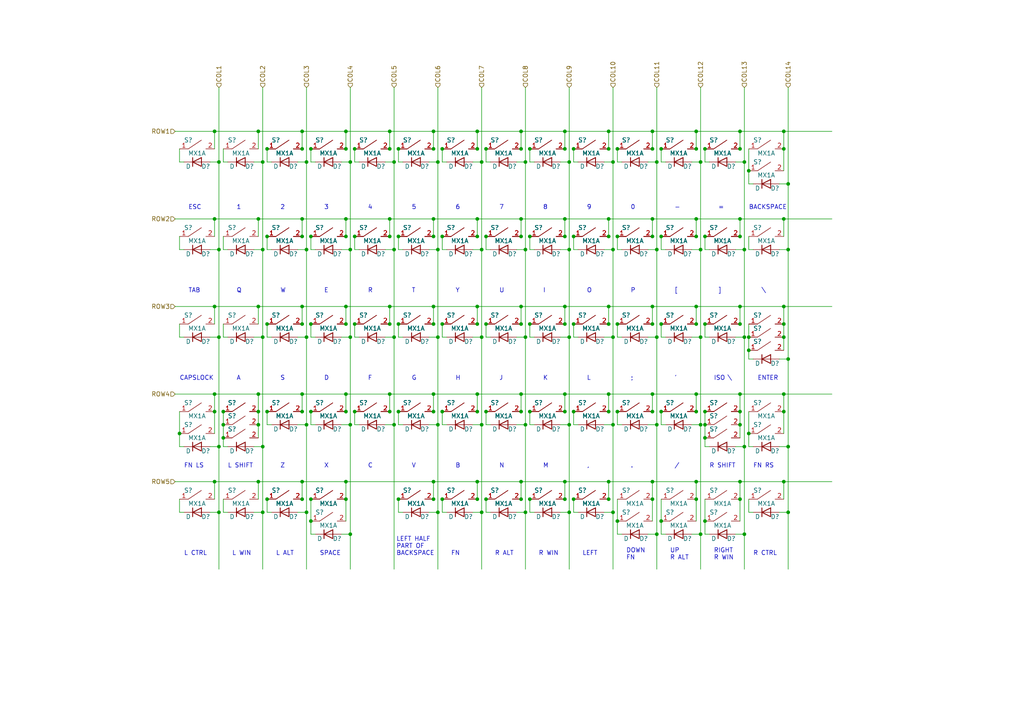
<source format=kicad_sch>
(kicad_sch (version 20211123) (generator eeschema)
  (paper "A4")
  (junction (at 139.7 72.39))
  (junction (at 177.8 72.39))
  (junction (at 228.6 129.54))
  (junction (at 163.83 63.5))
  (junction (at 215.9 129.54))
  (junction (at 62.23 119.38))
  (junction (at 74.93 114.3))
  (junction (at 77.47 43.18))
  (junction (at 87.63 38.1))
  (junction (at 153.67 93.98))
  (junction (at 125.73 114.3))
  (junction (at 152.4 72.39))
  (junction (at 204.47 123.19))
  (junction (at 125.73 63.5))
  (junction (at 127 123.19))
  (junction (at 217.17 97.79))
  (junction (at 87.63 43.18))
  (junction (at 76.2 72.39))
  (junction (at 102.87 43.18))
  (junction (at 189.23 93.98))
  (junction (at 138.43 63.5))
  (junction (at 203.2 72.39))
  (junction (at 163.83 139.7))
  (junction (at 127 97.79))
  (junction (at 100.33 93.98))
  (junction (at 203.2 123.19))
  (junction (at 165.1 97.79))
  (junction (at 63.5 72.39))
  (junction (at 100.33 119.38))
  (junction (at 77.47 119.38))
  (junction (at 165.1 72.39))
  (junction (at 214.63 123.19))
  (junction (at 115.57 119.38))
  (junction (at 90.17 93.98))
  (junction (at 177.8 46.99))
  (junction (at 100.33 88.9))
  (junction (at 176.53 139.7))
  (junction (at 87.63 144.78))
  (junction (at 140.97 93.98))
  (junction (at 166.37 119.38))
  (junction (at 138.43 43.18))
  (junction (at 189.23 88.9))
  (junction (at 166.37 144.78))
  (junction (at 64.77 119.38))
  (junction (at 138.43 68.58))
  (junction (at 227.33 88.9))
  (junction (at 190.5 72.39))
  (junction (at 201.93 63.5))
  (junction (at 151.13 63.5))
  (junction (at 128.27 68.58))
  (junction (at 227.33 43.18))
  (junction (at 74.93 63.5))
  (junction (at 113.03 93.98))
  (junction (at 74.93 139.7))
  (junction (at 140.97 43.18))
  (junction (at 151.13 38.1))
  (junction (at 227.33 114.3))
  (junction (at 189.23 38.1))
  (junction (at 100.33 139.7))
  (junction (at 189.23 119.38))
  (junction (at 87.63 139.7))
  (junction (at 77.47 144.78))
  (junction (at 201.93 139.7))
  (junction (at 125.73 139.7))
  (junction (at 191.77 151.13))
  (junction (at 176.53 68.58))
  (junction (at 125.73 88.9))
  (junction (at 64.77 127))
  (junction (at 87.63 68.58))
  (junction (at 166.37 93.98))
  (junction (at 128.27 144.78))
  (junction (at 62.23 139.7))
  (junction (at 128.27 119.38))
  (junction (at 88.9 97.79))
  (junction (at 228.6 72.39))
  (junction (at 191.77 93.98))
  (junction (at 227.33 139.7))
  (junction (at 214.63 119.38))
  (junction (at 62.23 63.5))
  (junction (at 151.13 119.38))
  (junction (at 102.87 93.98))
  (junction (at 152.4 123.19))
  (junction (at 125.73 119.38))
  (junction (at 201.93 38.1))
  (junction (at 62.23 114.3))
  (junction (at 190.5 97.79))
  (junction (at 113.03 119.38))
  (junction (at 201.93 68.58))
  (junction (at 176.53 144.78))
  (junction (at 77.47 93.98))
  (junction (at 176.53 43.18))
  (junction (at 87.63 88.9))
  (junction (at 189.23 43.18))
  (junction (at 201.93 144.78))
  (junction (at 227.33 63.5))
  (junction (at 227.33 97.79))
  (junction (at 115.57 68.58))
  (junction (at 101.6 123.19))
  (junction (at 100.33 114.3))
  (junction (at 153.67 144.78))
  (junction (at 127 72.39))
  (junction (at 125.73 144.78))
  (junction (at 76.2 129.54))
  (junction (at 100.33 63.5))
  (junction (at 100.33 68.58))
  (junction (at 151.13 68.58))
  (junction (at 165.1 148.59))
  (junction (at 179.07 43.18))
  (junction (at 76.2 148.59))
  (junction (at 201.93 88.9))
  (junction (at 139.7 148.59))
  (junction (at 163.83 38.1))
  (junction (at 90.17 119.38))
  (junction (at 151.13 114.3))
  (junction (at 152.4 46.99))
  (junction (at 204.47 119.38))
  (junction (at 176.53 63.5))
  (junction (at 163.83 144.78))
  (junction (at 163.83 93.98))
  (junction (at 214.63 68.58))
  (junction (at 214.63 38.1))
  (junction (at 151.13 93.98))
  (junction (at 163.83 43.18))
  (junction (at 190.5 123.19))
  (junction (at 179.07 119.38))
  (junction (at 125.73 38.1))
  (junction (at 74.93 123.19))
  (junction (at 88.9 123.19))
  (junction (at 138.43 139.7))
  (junction (at 176.53 38.1))
  (junction (at 87.63 114.3))
  (junction (at 215.9 154.94))
  (junction (at 101.6 46.99))
  (junction (at 165.1 123.19))
  (junction (at 101.6 97.79))
  (junction (at 215.9 72.39))
  (junction (at 228.6 148.59))
  (junction (at 90.17 43.18))
  (junction (at 204.47 68.58))
  (junction (at 114.3 72.39))
  (junction (at 228.6 104.14))
  (junction (at 77.47 68.58))
  (junction (at 176.53 114.3))
  (junction (at 203.2 154.94))
  (junction (at 139.7 97.79))
  (junction (at 152.4 148.59))
  (junction (at 177.8 148.59))
  (junction (at 214.63 93.98))
  (junction (at 214.63 63.5))
  (junction (at 88.9 72.39))
  (junction (at 74.93 119.38))
  (junction (at 64.77 123.19))
  (junction (at 189.23 68.58))
  (junction (at 204.47 151.13))
  (junction (at 189.23 144.78))
  (junction (at 201.93 43.18))
  (junction (at 113.03 43.18))
  (junction (at 101.6 154.94))
  (junction (at 87.63 119.38))
  (junction (at 128.27 93.98))
  (junction (at 62.23 88.9))
  (junction (at 88.9 46.99))
  (junction (at 152.4 97.79))
  (junction (at 101.6 72.39))
  (junction (at 153.67 119.38))
  (junction (at 90.17 68.58))
  (junction (at 125.73 68.58))
  (junction (at 115.57 43.18))
  (junction (at 102.87 119.38))
  (junction (at 163.83 119.38))
  (junction (at 215.9 46.99))
  (junction (at 125.73 93.98))
  (junction (at 100.33 38.1))
  (junction (at 228.6 53.34))
  (junction (at 127 46.99))
  (junction (at 190.5 154.94))
  (junction (at 74.93 38.1))
  (junction (at 140.97 119.38))
  (junction (at 176.53 88.9))
  (junction (at 127 148.59))
  (junction (at 140.97 144.78))
  (junction (at 214.63 139.7))
  (junction (at 62.23 38.1))
  (junction (at 204.47 127))
  (junction (at 191.77 68.58))
  (junction (at 217.17 125.73))
  (junction (at 113.03 88.9))
  (junction (at 113.03 38.1))
  (junction (at 201.93 114.3))
  (junction (at 140.97 68.58))
  (junction (at 204.47 93.98))
  (junction (at 138.43 144.78))
  (junction (at 179.07 93.98))
  (junction (at 190.5 46.99))
  (junction (at 139.7 123.19))
  (junction (at 151.13 139.7))
  (junction (at 63.5 97.79))
  (junction (at 201.93 119.38))
  (junction (at 151.13 43.18))
  (junction (at 189.23 114.3))
  (junction (at 189.23 63.5))
  (junction (at 90.17 144.78))
  (junction (at 90.17 151.13))
  (junction (at 214.63 43.18))
  (junction (at 114.3 97.79))
  (junction (at 63.5 148.59))
  (junction (at 163.83 114.3))
  (junction (at 214.63 88.9))
  (junction (at 215.9 97.79))
  (junction (at 52.07 125.73))
  (junction (at 113.03 68.58))
  (junction (at 166.37 68.58))
  (junction (at 113.03 63.5))
  (junction (at 88.9 148.59))
  (junction (at 163.83 88.9))
  (junction (at 165.1 46.99))
  (junction (at 191.77 119.38))
  (junction (at 87.63 63.5))
  (junction (at 102.87 68.58))
  (junction (at 204.47 43.18))
  (junction (at 151.13 88.9))
  (junction (at 76.2 46.99))
  (junction (at 114.3 123.19))
  (junction (at 151.13 144.78))
  (junction (at 217.17 101.6))
  (junction (at 114.3 46.99))
  (junction (at 179.07 68.58))
  (junction (at 153.67 68.58))
  (junction (at 115.57 93.98))
  (junction (at 203.2 97.79))
  (junction (at 74.93 88.9))
  (junction (at 201.93 93.98))
  (junction (at 177.8 97.79))
  (junction (at 138.43 88.9))
  (junction (at 87.63 93.98))
  (junction (at 125.73 43.18))
  (junction (at 115.57 144.78))
  (junction (at 179.07 151.13))
  (junction (at 153.67 43.18))
  (junction (at 227.33 119.38))
  (junction (at 176.53 93.98))
  (junction (at 227.33 93.98))
  (junction (at 166.37 43.18))
  (junction (at 100.33 144.78))
  (junction (at 214.63 144.78))
  (junction (at 203.2 46.99))
  (junction (at 191.77 43.18))
  (junction (at 139.7 46.99))
  (junction (at 177.8 123.19))
  (junction (at 113.03 114.3))
  (junction (at 189.23 139.7))
  (junction (at 176.53 119.38))
  (junction (at 227.33 38.1))
  (junction (at 138.43 93.98))
  (junction (at 138.43 119.38))
  (junction (at 100.33 43.18))
  (junction (at 138.43 38.1))
  (junction (at 138.43 114.3))
  (junction (at 217.17 49.53))
  (junction (at 63.5 46.99))
  (junction (at 76.2 97.79))
  (junction (at 163.83 68.58))
  (junction (at 214.63 114.3))
  (junction (at 128.27 43.18))
  (junction (at 63.5 129.54))
  (wire (pts (xy 151.13 88.9) (xy 163.83 88.9)))
  (wire (pts (xy 77.47 93.98) (xy 77.47 97.79)))
  (wire (pts (xy 90.17 68.58) (xy 90.17 72.39)))
  (wire (pts (xy 64.77 144.78) (xy 64.77 148.59)))
  (wire (pts (xy 74.93 68.58) (xy 74.93 63.5)))
  (wire (pts (xy 162.56 46.99) (xy 165.1 46.99)))
  (wire (pts (xy 88.9 123.19) (xy 88.9 97.79)))
  (wire (pts (xy 153.67 43.18) (xy 153.67 46.99)))
  (wire (pts (xy 191.77 119.38) (xy 191.77 123.19)))
  (wire (pts (xy 149.86 97.79) (xy 152.4 97.79)))
  (wire (pts (xy 191.77 151.13) (xy 191.77 154.94)))
  (wire (pts (xy 64.77 129.54) (xy 66.04 129.54)))
  (wire (pts (xy 151.13 63.5) (xy 163.83 63.5)))
  (wire (pts (xy 90.17 46.99) (xy 91.44 46.99)))
  (wire (pts (xy 76.2 148.59) (xy 76.2 165.1)))
  (wire (pts (xy 86.36 46.99) (xy 88.9 46.99)))
  (wire (pts (xy 73.66 72.39) (xy 76.2 72.39)))
  (wire (pts (xy 226.06 53.34) (xy 228.6 53.34)))
  (wire (pts (xy 111.76 123.19) (xy 114.3 123.19)))
  (wire (pts (xy 191.77 144.78) (xy 191.77 151.13)))
  (wire (pts (xy 100.33 93.98) (xy 100.33 88.9)))
  (wire (pts (xy 214.63 144.78) (xy 214.63 151.13)))
  (wire (pts (xy 177.8 123.19) (xy 177.8 97.79)))
  (wire (pts (xy 227.33 63.5) (xy 214.63 63.5)))
  (wire (pts (xy 127 72.39) (xy 127 97.79)))
  (wire (pts (xy 113.03 63.5) (xy 100.33 63.5)))
  (wire (pts (xy 187.96 72.39) (xy 190.5 72.39)))
  (wire (pts (xy 100.33 139.7) (xy 125.73 139.7)))
  (wire (pts (xy 227.33 49.53) (xy 227.33 43.18)))
  (wire (pts (xy 138.43 114.3) (xy 125.73 114.3)))
  (wire (pts (xy 149.86 123.19) (xy 152.4 123.19)))
  (wire (pts (xy 200.66 97.79) (xy 203.2 97.79)))
  (wire (pts (xy 176.53 88.9) (xy 163.83 88.9)))
  (wire (pts (xy 217.17 119.38) (xy 217.17 125.73)))
  (wire (pts (xy 189.23 119.38) (xy 189.23 114.3)))
  (wire (pts (xy 111.76 72.39) (xy 114.3 72.39)))
  (wire (pts (xy 73.66 46.99) (xy 76.2 46.99)))
  (wire (pts (xy 74.93 38.1) (xy 87.63 38.1)))
  (wire (pts (xy 203.2 25.4) (xy 203.2 46.99)))
  (wire (pts (xy 227.33 63.5) (xy 241.3 63.5)))
  (wire (pts (xy 204.47 123.19) (xy 204.47 127)))
  (wire (pts (xy 74.93 63.5) (xy 87.63 63.5)))
  (wire (pts (xy 217.17 101.6) (xy 217.17 104.14)))
  (wire (pts (xy 99.06 154.94) (xy 101.6 154.94)))
  (wire (pts (xy 113.03 38.1) (xy 125.73 38.1)))
  (wire (pts (xy 163.83 144.78) (xy 163.83 139.7)))
  (wire (pts (xy 60.96 97.79) (xy 63.5 97.79)))
  (wire (pts (xy 203.2 123.19) (xy 203.2 97.79)))
  (wire (pts (xy 52.07 144.78) (xy 52.07 148.59)))
  (wire (pts (xy 226.06 72.39) (xy 228.6 72.39)))
  (wire (pts (xy 217.17 43.18) (xy 217.17 49.53)))
  (wire (pts (xy 74.93 43.18) (xy 74.93 38.1)))
  (wire (pts (xy 138.43 38.1) (xy 151.13 38.1)))
  (wire (pts (xy 90.17 154.94) (xy 91.44 154.94)))
  (wire (pts (xy 138.43 119.38) (xy 138.43 114.3)))
  (wire (pts (xy 177.8 148.59) (xy 177.8 165.1)))
  (wire (pts (xy 50.8 63.5) (xy 62.23 63.5)))
  (wire (pts (xy 201.93 119.38) (xy 201.93 114.3)))
  (wire (pts (xy 176.53 119.38) (xy 176.53 114.3)))
  (wire (pts (xy 87.63 119.38) (xy 87.63 114.3)))
  (wire (pts (xy 86.36 123.19) (xy 88.9 123.19)))
  (wire (pts (xy 138.43 88.9) (xy 125.73 88.9)))
  (wire (pts (xy 200.66 72.39) (xy 203.2 72.39)))
  (wire (pts (xy 163.83 68.58) (xy 163.83 63.5)))
  (wire (pts (xy 101.6 72.39) (xy 101.6 97.79)))
  (wire (pts (xy 204.47 93.98) (xy 204.47 97.79)))
  (wire (pts (xy 189.23 88.9) (xy 201.93 88.9)))
  (wire (pts (xy 90.17 123.19) (xy 91.44 123.19)))
  (wire (pts (xy 62.23 68.58) (xy 62.23 63.5)))
  (wire (pts (xy 127 25.4) (xy 127 46.99)))
  (wire (pts (xy 166.37 43.18) (xy 166.37 46.99)))
  (wire (pts (xy 215.9 129.54) (xy 215.9 154.94)))
  (wire (pts (xy 113.03 119.38) (xy 113.03 114.3)))
  (wire (pts (xy 62.23 88.9) (xy 74.93 88.9)))
  (wire (pts (xy 215.9 97.79) (xy 215.9 129.54)))
  (wire (pts (xy 137.16 97.79) (xy 139.7 97.79)))
  (wire (pts (xy 138.43 144.78) (xy 138.43 139.7)))
  (wire (pts (xy 163.83 93.98) (xy 163.83 88.9)))
  (wire (pts (xy 176.53 38.1) (xy 163.83 38.1)))
  (wire (pts (xy 204.47 46.99) (xy 205.74 46.99)))
  (wire (pts (xy 90.17 151.13) (xy 90.17 154.94)))
  (wire (pts (xy 189.23 144.78) (xy 189.23 151.13)))
  (wire (pts (xy 138.43 43.18) (xy 138.43 38.1)))
  (wire (pts (xy 127 148.59) (xy 127 165.1)))
  (wire (pts (xy 214.63 38.1) (xy 201.93 38.1)))
  (wire (pts (xy 140.97 43.18) (xy 140.97 46.99)))
  (wire (pts (xy 215.9 25.4) (xy 215.9 46.99)))
  (wire (pts (xy 128.27 148.59) (xy 129.54 148.59)))
  (wire (pts (xy 140.97 93.98) (xy 140.97 97.79)))
  (wire (pts (xy 62.23 38.1) (xy 74.93 38.1)))
  (wire (pts (xy 151.13 119.38) (xy 151.13 114.3)))
  (wire (pts (xy 217.17 148.59) (xy 218.44 148.59)))
  (wire (pts (xy 165.1 148.59) (xy 165.1 165.1)))
  (wire (pts (xy 226.06 129.54) (xy 228.6 129.54)))
  (wire (pts (xy 176.53 93.98) (xy 176.53 88.9)))
  (wire (pts (xy 204.47 97.79) (xy 205.74 97.79)))
  (wire (pts (xy 87.63 63.5) (xy 100.33 63.5)))
  (wire (pts (xy 74.93 144.78) (xy 74.93 139.7)))
  (wire (pts (xy 76.2 129.54) (xy 76.2 148.59)))
  (wire (pts (xy 127 123.19) (xy 127 97.79)))
  (wire (pts (xy 190.5 154.94) (xy 190.5 165.1)))
  (wire (pts (xy 52.07 125.73) (xy 52.07 129.54)))
  (wire (pts (xy 176.53 144.78) (xy 176.53 139.7)))
  (wire (pts (xy 114.3 72.39) (xy 114.3 97.79)))
  (wire (pts (xy 127 123.19) (xy 127 148.59)))
  (wire (pts (xy 190.5 123.19) (xy 190.5 97.79)))
  (wire (pts (xy 115.57 43.18) (xy 115.57 46.99)))
  (wire (pts (xy 62.23 114.3) (xy 62.23 119.38)))
  (wire (pts (xy 90.17 93.98) (xy 90.17 97.79)))
  (wire (pts (xy 102.87 123.19) (xy 104.14 123.19)))
  (wire (pts (xy 77.47 46.99) (xy 78.74 46.99)))
  (wire (pts (xy 201.93 43.18) (xy 201.93 38.1)))
  (wire (pts (xy 99.06 72.39) (xy 101.6 72.39)))
  (wire (pts (xy 100.33 144.78) (xy 100.33 139.7)))
  (wire (pts (xy 102.87 46.99) (xy 104.14 46.99)))
  (wire (pts (xy 191.77 154.94) (xy 193.04 154.94)))
  (wire (pts (xy 64.77 93.98) (xy 64.77 97.79)))
  (wire (pts (xy 139.7 25.4) (xy 139.7 46.99)))
  (wire (pts (xy 227.33 114.3) (xy 241.3 114.3)))
  (wire (pts (xy 189.23 88.9) (xy 176.53 88.9)))
  (wire (pts (xy 128.27 72.39) (xy 129.54 72.39)))
  (wire (pts (xy 63.5 97.79) (xy 63.5 129.54)))
  (wire (pts (xy 88.9 148.59) (xy 88.9 165.1)))
  (wire (pts (xy 176.53 43.18) (xy 176.53 38.1)))
  (wire (pts (xy 179.07 68.58) (xy 179.07 72.39)))
  (wire (pts (xy 102.87 43.18) (xy 102.87 46.99)))
  (wire (pts (xy 138.43 63.5) (xy 151.13 63.5)))
  (wire (pts (xy 139.7 46.99) (xy 139.7 72.39)))
  (wire (pts (xy 187.96 123.19) (xy 190.5 123.19)))
  (wire (pts (xy 113.03 63.5) (xy 125.73 63.5)))
  (wire (pts (xy 115.57 119.38) (xy 115.57 123.19)))
  (wire (pts (xy 128.27 97.79) (xy 129.54 97.79)))
  (wire (pts (xy 152.4 123.19) (xy 152.4 148.59)))
  (wire (pts (xy 153.67 148.59) (xy 154.94 148.59)))
  (wire (pts (xy 140.97 119.38) (xy 140.97 123.19)))
  (wire (pts (xy 90.17 43.18) (xy 90.17 46.99)))
  (wire (pts (xy 138.43 88.9) (xy 151.13 88.9)))
  (wire (pts (xy 176.53 63.5) (xy 163.83 63.5)))
  (wire (pts (xy 153.67 97.79) (xy 154.94 97.79)))
  (wire (pts (xy 153.67 119.38) (xy 153.67 123.19)))
  (wire (pts (xy 162.56 97.79) (xy 165.1 97.79)))
  (wire (pts (xy 162.56 148.59) (xy 165.1 148.59)))
  (wire (pts (xy 113.03 88.9) (xy 125.73 88.9)))
  (wire (pts (xy 166.37 148.59) (xy 167.64 148.59)))
  (wire (pts (xy 52.07 97.79) (xy 53.34 97.79)))
  (wire (pts (xy 64.77 127) (xy 64.77 129.54)))
  (wire (pts (xy 189.23 38.1) (xy 176.53 38.1)))
  (wire (pts (xy 217.17 144.78) (xy 217.17 148.59)))
  (wire (pts (xy 101.6 154.94) (xy 101.6 165.1)))
  (wire (pts (xy 228.6 53.34) (xy 228.6 72.39)))
  (wire (pts (xy 101.6 123.19) (xy 101.6 154.94)))
  (wire (pts (xy 226.06 148.59) (xy 228.6 148.59)))
  (wire (pts (xy 74.93 114.3) (xy 87.63 114.3)))
  (wire (pts (xy 64.77 148.59) (xy 66.04 148.59)))
  (wire (pts (xy 74.93 119.38) (xy 74.93 114.3)))
  (wire (pts (xy 113.03 88.9) (xy 100.33 88.9)))
  (wire (pts (xy 138.43 63.5) (xy 125.73 63.5)))
  (wire (pts (xy 74.93 123.19) (xy 74.93 127)))
  (wire (pts (xy 213.36 72.39) (xy 215.9 72.39)))
  (wire (pts (xy 227.33 139.7) (xy 241.3 139.7)))
  (wire (pts (xy 214.63 139.7) (xy 214.63 144.78)))
  (wire (pts (xy 228.6 148.59) (xy 228.6 165.1)))
  (wire (pts (xy 179.07 43.18) (xy 179.07 46.99)))
  (wire (pts (xy 187.96 46.99) (xy 190.5 46.99)))
  (wire (pts (xy 179.07 154.94) (xy 180.34 154.94)))
  (wire (pts (xy 177.8 123.19) (xy 177.8 148.59)))
  (wire (pts (xy 201.93 68.58) (xy 201.93 63.5)))
  (wire (pts (xy 176.53 139.7) (xy 189.23 139.7)))
  (wire (pts (xy 189.23 93.98) (xy 189.23 88.9)))
  (wire (pts (xy 74.93 123.19) (xy 74.93 119.38)))
  (wire (pts (xy 77.47 97.79) (xy 78.74 97.79)))
  (wire (pts (xy 166.37 72.39) (xy 167.64 72.39)))
  (wire (pts (xy 73.66 129.54) (xy 76.2 129.54)))
  (wire (pts (xy 217.17 97.79) (xy 217.17 101.6)))
  (wire (pts (xy 100.33 151.13) (xy 100.33 144.78)))
  (wire (pts (xy 151.13 144.78) (xy 151.13 139.7)))
  (wire (pts (xy 115.57 68.58) (xy 115.57 72.39)))
  (wire (pts (xy 52.07 129.54) (xy 53.34 129.54)))
  (wire (pts (xy 214.63 93.98) (xy 214.63 88.9)))
  (wire (pts (xy 124.46 148.59) (xy 127 148.59)))
  (wire (pts (xy 217.17 68.58) (xy 217.17 72.39)))
  (wire (pts (xy 175.26 46.99) (xy 177.8 46.99)))
  (wire (pts (xy 88.9 72.39) (xy 88.9 97.79)))
  (wire (pts (xy 73.66 97.79) (xy 76.2 97.79)))
  (wire (pts (xy 87.63 43.18) (xy 87.63 38.1)))
  (wire (pts (xy 100.33 43.18) (xy 100.33 38.1)))
  (wire (pts (xy 111.76 97.79) (xy 114.3 97.79)))
  (wire (pts (xy 125.73 119.38) (xy 125.73 114.3)))
  (wire (pts (xy 115.57 93.98) (xy 115.57 97.79)))
  (wire (pts (xy 191.77 93.98) (xy 191.77 97.79)))
  (wire (pts (xy 215.9 46.99) (xy 215.9 72.39)))
  (wire (pts (xy 191.77 123.19) (xy 193.04 123.19)))
  (wire (pts (xy 204.47 43.18) (xy 204.47 46.99)))
  (wire (pts (xy 201.93 139.7) (xy 201.93 144.78)))
  (wire (pts (xy 166.37 46.99) (xy 167.64 46.99)))
  (wire (pts (xy 139.7 123.19) (xy 139.7 148.59)))
  (wire (pts (xy 64.77 43.18) (xy 64.77 46.99)))
  (wire (pts (xy 179.07 97.79) (xy 180.34 97.79)))
  (wire (pts (xy 114.3 123.19) (xy 114.3 97.79)))
  (wire (pts (xy 90.17 72.39) (xy 91.44 72.39)))
  (wire (pts (xy 128.27 119.38) (xy 128.27 123.19)))
  (wire (pts (xy 77.47 68.58) (xy 77.47 72.39)))
  (wire (pts (xy 102.87 72.39) (xy 104.14 72.39)))
  (wire (pts (xy 152.4 123.19) (xy 152.4 97.79)))
  (wire (pts (xy 214.63 88.9) (xy 201.93 88.9)))
  (wire (pts (xy 151.13 139.7) (xy 163.83 139.7)))
  (wire (pts (xy 227.33 119.38) (xy 227.33 125.73)))
  (wire (pts (xy 76.2 46.99) (xy 76.2 72.39)))
  (wire (pts (xy 201.93 93.98) (xy 201.93 88.9)))
  (wire (pts (xy 166.37 144.78) (xy 166.37 148.59)))
  (wire (pts (xy 52.07 72.39) (xy 53.34 72.39)))
  (wire (pts (xy 88.9 123.19) (xy 88.9 148.59)))
  (wire (pts (xy 228.6 129.54) (xy 228.6 148.59)))
  (wire (pts (xy 90.17 119.38) (xy 90.17 123.19)))
  (wire (pts (xy 204.47 151.13) (xy 204.47 154.94)))
  (wire (pts (xy 87.63 139.7) (xy 100.33 139.7)))
  (wire (pts (xy 60.96 46.99) (xy 63.5 46.99)))
  (wire (pts (xy 87.63 93.98) (xy 87.63 88.9)))
  (wire (pts (xy 113.03 68.58) (xy 113.03 63.5)))
  (wire (pts (xy 153.67 72.39) (xy 154.94 72.39)))
  (wire (pts (xy 163.83 43.18) (xy 163.83 38.1)))
  (wire (pts (xy 190.5 72.39) (xy 190.5 97.79)))
  (wire (pts (xy 113.03 93.98) (xy 113.03 88.9)))
  (wire (pts (xy 64.77 123.19) (xy 64.77 127)))
  (wire (pts (xy 217.17 93.98) (xy 217.17 97.79)))
  (wire (pts (xy 128.27 43.18) (xy 128.27 46.99)))
  (wire (pts (xy 62.23 139.7) (xy 74.93 139.7)))
  (wire (pts (xy 227.33 63.5) (xy 227.33 68.58)))
  (wire (pts (xy 113.03 43.18) (xy 113.03 38.1)))
  (wire (pts (xy 213.36 154.94) (xy 215.9 154.94)))
  (wire (pts (xy 228.6 72.39) (xy 228.6 104.14)))
  (wire (pts (xy 74.93 88.9) (xy 87.63 88.9)))
  (wire (pts (xy 227.33 93.98) (xy 227.33 97.79)))
  (wire (pts (xy 99.06 123.19) (xy 101.6 123.19)))
  (wire (pts (xy 77.47 144.78) (xy 77.47 148.59)))
  (wire (pts (xy 64.77 68.58) (xy 64.77 72.39)))
  (wire (pts (xy 227.33 38.1) (xy 214.63 38.1)))
  (wire (pts (xy 200.66 46.99) (xy 203.2 46.99)))
  (wire (pts (xy 153.67 123.19) (xy 154.94 123.19)))
  (wire (pts (xy 101.6 46.99) (xy 101.6 72.39)))
  (wire (pts (xy 191.77 68.58) (xy 191.77 72.39)))
  (wire (pts (xy 201.93 139.7) (xy 214.63 139.7)))
  (wire (pts (xy 50.8 139.7) (xy 62.23 139.7)))
  (wire (pts (xy 204.47 129.54) (xy 205.74 129.54)))
  (wire (pts (xy 115.57 148.59) (xy 116.84 148.59)))
  (wire (pts (xy 189.23 114.3) (xy 201.93 114.3)))
  (wire (pts (xy 77.47 123.19) (xy 78.74 123.19)))
  (wire (pts (xy 217.17 49.53) (xy 217.17 53.34)))
  (wire (pts (xy 52.07 93.98) (xy 52.07 97.79)))
  (wire (pts (xy 189.23 139.7) (xy 189.23 144.78)))
  (wire (pts (xy 87.63 114.3) (xy 100.33 114.3)))
  (wire (pts (xy 149.86 148.59) (xy 152.4 148.59)))
  (wire (pts (xy 187.96 154.94) (xy 190.5 154.94)))
  (wire (pts (xy 152.4 46.99) (xy 152.4 72.39)))
  (wire (pts (xy 179.07 119.38) (xy 179.07 123.19)))
  (wire (pts (xy 214.63 139.7) (xy 227.33 139.7)))
  (wire (pts (xy 128.27 93.98) (xy 128.27 97.79)))
  (wire (pts (xy 137.16 123.19) (xy 139.7 123.19)))
  (wire (pts (xy 165.1 123.19) (xy 165.1 148.59)))
  (wire (pts (xy 137.16 72.39) (xy 139.7 72.39)))
  (wire (pts (xy 125.73 68.58) (xy 125.73 63.5)))
  (wire (pts (xy 137.16 46.99) (xy 139.7 46.99)))
  (wire (pts (xy 204.47 154.94) (xy 205.74 154.94)))
  (wire (pts (xy 176.53 68.58) (xy 176.53 63.5)))
  (wire (pts (xy 227.33 139.7) (xy 227.33 144.78)))
  (wire (pts (xy 179.07 46.99) (xy 180.34 46.99)))
  (wire (pts (xy 60.96 148.59) (xy 63.5 148.59)))
  (wire (pts (xy 64.77 97.79) (xy 66.04 97.79)))
  (wire (pts (xy 50.8 114.3) (xy 62.23 114.3)))
  (wire (pts (xy 153.67 46.99) (xy 154.94 46.99)))
  (wire (pts (xy 88.9 46.99) (xy 88.9 72.39)))
  (wire (pts (xy 201.93 144.78) (xy 201.93 151.13)))
  (wire (pts (xy 114.3 25.4) (xy 114.3 46.99)))
  (wire (pts (xy 50.8 88.9) (xy 62.23 88.9)))
  (wire (pts (xy 228.6 104.14) (xy 228.6 129.54)))
  (wire (pts (xy 90.17 144.78) (xy 90.17 151.13)))
  (wire (pts (xy 87.63 88.9) (xy 100.33 88.9)))
  (wire (pts (xy 214.63 123.19) (xy 214.63 119.38)))
  (wire (pts (xy 102.87 119.38) (xy 102.87 123.19)))
  (wire (pts (xy 162.56 72.39) (xy 165.1 72.39)))
  (wire (pts (xy 99.06 46.99) (xy 101.6 46.99)))
  (wire (pts (xy 77.47 72.39) (xy 78.74 72.39)))
  (wire (pts (xy 179.07 151.13) (xy 179.07 154.94)))
  (wire (pts (xy 175.26 97.79) (xy 177.8 97.79)))
  (wire (pts (xy 124.46 46.99) (xy 127 46.99)))
  (wire (pts (xy 74.93 93.98) (xy 74.93 88.9)))
  (wire (pts (xy 190.5 46.99) (xy 190.5 72.39)))
  (wire (pts (xy 63.5 148.59) (xy 63.5 165.1)))
  (wire (pts (xy 217.17 129.54) (xy 218.44 129.54)))
  (wire (pts (xy 128.27 123.19) (xy 129.54 123.19)))
  (wire (pts (xy 203.2 123.19) (xy 203.2 154.94)))
  (wire (pts (xy 86.36 97.79) (xy 88.9 97.79)))
  (wire (pts (xy 60.96 72.39) (xy 63.5 72.39)))
  (wire (pts (xy 189.23 63.5) (xy 176.53 63.5)))
  (wire (pts (xy 113.03 38.1) (xy 100.33 38.1)))
  (wire (pts (xy 217.17 104.14) (xy 218.44 104.14)))
  (wire (pts (xy 128.27 68.58) (xy 128.27 72.39)))
  (wire (pts (xy 213.36 46.99) (xy 215.9 46.99)))
  (wire (pts (xy 77.47 119.38) (xy 77.47 123.19)))
  (wire (pts (xy 62.23 93.98) (xy 62.23 88.9)))
  (wire (pts (xy 138.43 93.98) (xy 138.43 88.9)))
  (wire (pts (xy 165.1 123.19) (xy 165.1 97.79)))
  (wire (pts (xy 214.63 43.18) (xy 214.63 38.1)))
  (wire (pts (xy 179.07 144.78) (xy 179.07 151.13)))
  (wire (pts (xy 62.23 114.3) (xy 74.93 114.3)))
  (wire (pts (xy 99.06 97.79) (xy 101.6 97.79)))
  (wire (pts (xy 125.73 144.78) (xy 125.73 139.7)))
  (wire (pts (xy 179.07 72.39) (xy 180.34 72.39)))
  (wire (pts (xy 151.13 93.98) (xy 151.13 88.9)))
  (wire (pts (xy 162.56 123.19) (xy 165.1 123.19)))
  (wire (pts (xy 124.46 72.39) (xy 127 72.39)))
  (wire (pts (xy 163.83 119.38) (xy 163.83 114.3)))
  (wire (pts (xy 203.2 46.99) (xy 203.2 72.39)))
  (wire (pts (xy 175.26 148.59) (xy 177.8 148.59)))
  (wire (pts (xy 215.9 72.39) (xy 215.9 97.79)))
  (wire (pts (xy 101.6 25.4) (xy 101.6 46.99)))
  (wire (pts (xy 60.96 129.54) (xy 63.5 129.54)))
  (wire (pts (xy 86.36 148.59) (xy 88.9 148.59)))
  (wire (pts (xy 151.13 68.58) (xy 151.13 63.5)))
  (wire (pts (xy 64.77 119.38) (xy 64.77 123.19)))
  (wire (pts (xy 166.37 119.38) (xy 166.37 123.19)))
  (wire (pts (xy 187.96 97.79) (xy 190.5 97.79)))
  (wire (pts (xy 217.17 125.73) (xy 217.17 129.54)))
  (wire (pts (xy 176.53 114.3) (xy 163.83 114.3)))
  (wire (pts (xy 152.4 25.4) (xy 152.4 46.99)))
  (wire (pts (xy 227.33 88.9) (xy 214.63 88.9)))
  (wire (pts (xy 189.23 38.1) (xy 201.93 38.1)))
  (wire (pts (xy 165.1 25.4) (xy 165.1 46.99)))
  (wire (pts (xy 62.23 119.38) (xy 62.23 125.73)))
  (wire (pts (xy 139.7 72.39) (xy 139.7 97.79)))
  (wire (pts (xy 102.87 97.79) (xy 104.14 97.79)))
  (wire (pts (xy 177.8 72.39) (xy 177.8 97.79)))
  (wire (pts (xy 102.87 93.98) (xy 102.87 97.79)))
  (wire (pts (xy 214.63 114.3) (xy 227.33 114.3)))
  (wire (pts (xy 139.7 123.19) (xy 139.7 97.79)))
  (wire (pts (xy 90.17 97.79) (xy 91.44 97.79)))
  (wire (pts (xy 214.63 123.19) (xy 214.63 127)))
  (wire (pts (xy 74.93 139.7) (xy 87.63 139.7)))
  (wire (pts (xy 76.2 97.79) (xy 76.2 129.54)))
  (wire (pts (xy 140.97 144.78) (xy 140.97 148.59)))
  (wire (pts (xy 215.9 154.94) (xy 215.9 165.1)))
  (wire (pts (xy 191.77 97.79) (xy 193.04 97.79)))
  (wire (pts (xy 204.47 72.39) (xy 205.74 72.39)))
  (wire (pts (xy 190.5 25.4) (xy 190.5 46.99)))
  (wire (pts (xy 166.37 123.19) (xy 167.64 123.19)))
  (wire (pts (xy 200.66 123.19) (xy 203.2 123.19)))
  (wire (pts (xy 62.23 144.78) (xy 62.23 139.7)))
  (wire (pts (xy 189.23 68.58) (xy 189.23 63.5)))
  (wire (pts (xy 115.57 46.99) (xy 116.84 46.99)))
  (wire (pts (xy 100.33 68.58) (xy 100.33 63.5)))
  (wire (pts (xy 191.77 43.18) (xy 191.77 46.99)))
  (wire (pts (xy 204.47 127) (xy 204.47 129.54)))
  (wire (pts (xy 191.77 46.99) (xy 193.04 46.99)))
  (wire (pts (xy 149.86 72.39) (xy 152.4 72.39)))
  (wire (pts (xy 137.16 148.59) (xy 139.7 148.59)))
  (wire (pts (xy 139.7 148.59) (xy 139.7 165.1)))
  (wire (pts (xy 204.47 144.78) (xy 204.47 151.13)))
  (wire (pts (xy 52.07 119.38) (xy 52.07 125.73)))
  (wire (pts (xy 140.97 148.59) (xy 142.24 148.59)))
  (wire (pts (xy 124.46 123.19) (xy 127 123.19)))
  (wire (pts (xy 125.73 93.98) (xy 125.73 88.9)))
  (wire (pts (xy 175.26 72.39) (xy 177.8 72.39)))
  (wire (pts (xy 213.36 129.54) (xy 215.9 129.54)))
  (wire (pts (xy 204.47 68.58) (xy 204.47 72.39)))
  (wire (pts (xy 77.47 148.59) (xy 78.74 148.59)))
  (wire (pts (xy 52.07 68.58) (xy 52.07 72.39)))
  (wire (pts (xy 76.2 72.39) (xy 76.2 97.79)))
  (wire (pts (xy 227.33 88.9) (xy 227.33 93.98)))
  (wire (pts (xy 140.97 68.58) (xy 140.97 72.39)))
  (wire (pts (xy 115.57 123.19) (xy 116.84 123.19)))
  (wire (pts (xy 77.47 43.18) (xy 77.47 46.99)))
  (wire (pts (xy 76.2 25.4) (xy 76.2 46.99)))
  (wire (pts (xy 149.86 46.99) (xy 152.4 46.99)))
  (wire (pts (xy 124.46 97.79) (xy 127 97.79)))
  (wire (pts (xy 73.66 148.59) (xy 76.2 148.59)))
  (wire (pts (xy 140.97 46.99) (xy 142.24 46.99)))
  (wire (pts (xy 87.63 144.78) (xy 87.63 139.7)))
  (wire (pts (xy 128.27 144.78) (xy 128.27 148.59)))
  (wire (pts (xy 87.63 38.1) (xy 100.33 38.1)))
  (wire (pts (xy 203.2 72.39) (xy 203.2 97.79)))
  (wire (pts (xy 189.23 43.18) (xy 189.23 38.1)))
  (wire (pts (xy 166.37 97.79) (xy 167.64 97.79)))
  (wire (pts (xy 227.33 38.1) (xy 241.3 38.1)))
  (wire (pts (xy 151.13 43.18) (xy 151.13 38.1)))
  (wire (pts (xy 86.36 72.39) (xy 88.9 72.39)))
  (wire (pts (xy 189.23 63.5) (xy 201.93 63.5)))
  (wire (pts (xy 203.2 154.94) (xy 203.2 165.1)))
  (wire (pts (xy 113.03 114.3) (xy 100.33 114.3)))
  (wire (pts (xy 179.07 93.98) (xy 179.07 97.79)))
  (wire (pts (xy 189.23 139.7) (xy 201.93 139.7)))
  (wire (pts (xy 128.27 46.99) (xy 129.54 46.99)))
  (wire (pts (xy 151.13 38.1) (xy 163.83 38.1)))
  (wire (pts (xy 204.47 119.38) (xy 204.47 123.19)))
  (wire (pts (xy 152.4 148.59) (xy 152.4 165.1)))
  (wire (pts (xy 153.67 144.78) (xy 153.67 148.59)))
  (wire (pts (xy 189.23 114.3) (xy 176.53 114.3)))
  (wire (pts (xy 176.53 139.7) (xy 163.83 139.7)))
  (wire (pts (xy 166.37 68.58) (xy 166.37 72.39)))
  (wire (pts (xy 52.07 148.59) (xy 53.34 148.59)))
  (wire (pts (xy 52.07 43.18) (xy 52.07 46.99)))
  (wire (pts (xy 179.07 123.19) (xy 180.34 123.19)))
  (wire (pts (xy 227.33 97.79) (xy 227.33 101.6)))
  (wire (pts (xy 226.06 104.14) (xy 228.6 104.14)))
  (wire (pts (xy 114.3 123.19) (xy 114.3 165.1)))
  (wire (pts (xy 138.43 139.7) (xy 151.13 139.7)))
  (wire (pts (xy 214.63 114.3) (xy 201.93 114.3)))
  (wire (pts (xy 214.63 119.38) (xy 214.63 114.3)))
  (wire (pts (xy 138.43 38.1) (xy 125.73 38.1)))
  (wire (pts (xy 63.5 129.54) (xy 63.5 148.59)))
  (wire (pts (xy 153.67 93.98) (xy 153.67 97.79)))
  (wire (pts (xy 64.77 72.39) (xy 66.04 72.39)))
  (wire (pts (xy 125.73 43.18) (xy 125.73 38.1)))
  (wire (pts (xy 64.77 46.99) (xy 66.04 46.99)))
  (wire (pts (xy 50.8 38.1) (xy 62.23 38.1)))
  (wire (pts (xy 190.5 123.19) (xy 190.5 154.94)))
  (wire (pts (xy 52.07 46.99) (xy 53.34 46.99)))
  (wire (pts (xy 153.67 68.58) (xy 153.67 72.39)))
  (wire (pts (xy 200.66 154.94) (xy 203.2 154.94)))
  (wire (pts (xy 214.63 68.58) (xy 214.63 63.5)))
  (wire (pts (xy 191.77 72.39) (xy 193.04 72.39)))
  (wire (pts (xy 227.33 38.1) (xy 227.33 43.18)))
  (wire (pts (xy 62.23 43.18) (xy 62.23 38.1)))
  (wire (pts (xy 115.57 72.39) (xy 116.84 72.39)))
  (wire (pts (xy 127 46.99) (xy 127 72.39)))
  (wire (pts (xy 63.5 25.4) (xy 63.5 46.99)))
  (wire (pts (xy 100.33 119.38) (xy 100.33 114.3)))
  (wire (pts (xy 114.3 46.99) (xy 114.3 72.39)))
  (wire (pts (xy 228.6 25.4) (xy 228.6 53.34)))
  (wire (pts (xy 87.63 68.58) (xy 87.63 63.5)))
  (wire (pts (xy 152.4 72.39) (xy 152.4 97.79)))
  (wire (pts (xy 63.5 46.99) (xy 63.5 72.39)))
  (wire (pts (xy 217.17 53.34) (xy 218.44 53.34)))
  (wire (pts (xy 138.43 68.58) (xy 138.43 63.5)))
  (wire (pts (xy 88.9 25.4) (xy 88.9 46.99)))
  (wire (pts (xy 140.97 97.79) (xy 142.24 97.79)))
  (wire (pts (xy 227.33 114.3) (xy 227.33 119.38)))
  (wire (pts (xy 213.36 97.79) (xy 215.9 97.79)))
  (wire (pts (xy 217.17 72.39) (xy 218.44 72.39)))
  (wire (pts (xy 111.76 46.99) (xy 114.3 46.99)))
  (wire (pts (xy 151.13 114.3) (xy 163.83 114.3)))
  (wire (pts (xy 175.26 123.19) (xy 177.8 123.19)))
  (wire (pts (xy 115.57 144.78) (xy 115.57 148.59)))
  (wire (pts (xy 63.5 72.39) (xy 63.5 97.79)))
  (wire (pts (xy 113.03 114.3) (xy 125.73 114.3)))
  (wire (pts (xy 227.33 88.9) (xy 241.3 88.9)))
  (wire (pts (xy 138.43 139.7) (xy 125.73 139.7)))
  (wire (pts (xy 166.37 93.98) (xy 166.37 97.79)))
  (wire (pts (xy 177.8 46.99) (xy 177.8 72.39)))
  (wire (pts (xy 214.63 63.5) (xy 201.93 63.5)))
  (wire (pts (xy 177.8 25.4) (xy 177.8 46.99)))
  (wire (pts (xy 140.97 72.39) (xy 142.24 72.39)))
  (wire (pts (xy 140.97 123.19) (xy 142.24 123.19)))
  (wire (pts (xy 102.87 68.58) (xy 102.87 72.39)))
  (wire (pts (xy 115.57 97.79) (xy 116.84 97.79)))
  (wire (pts (xy 138.43 114.3) (xy 151.13 114.3)))
  (wire (pts (xy 101.6 123.19) (xy 101.6 97.79)))
  (wire (pts (xy 165.1 72.39) (xy 165.1 97.79)))
  (wire (pts (xy 165.1 46.99) (xy 165.1 72.39)))
  (wire (pts (xy 62.23 63.5) (xy 74.93 63.5)))
  (text "0" (at 182.88 60.96 0) (effects (font (size 1.27 1.27)) (justify left bottom)))
  (text "K" (at 157.48 110.49 0) (effects (font (size 1.27 1.27)) (justify left bottom)))
  (text "L WIN" (at 67.31 161.29 0) (effects (font (size 1.27 1.27)) (justify left bottom)))
  (text "R WIN" (at 156.21 161.29 0) (effects (font (size 1.27 1.27)) (justify left bottom)))
  (text "E" (at 93.98 85.09 0) (effects (font (size 1.27 1.27)) (justify left bottom)))
  (text "H" (at 132.08 110.49 0) (effects (font (size 1.27 1.27)) (justify left bottom)))
  (text "3" (at 93.98 60.96 0) (effects (font (size 1.27 1.27)) (justify left bottom)))
  (text "I" (at 157.48 85.09 0) (effects (font (size 1.27 1.27)) (justify left bottom)))
  (text "V" (at 119.38 135.89 0) (effects (font (size 1.27 1.27)) (justify left bottom)))
  (text "O" (at 170.18 85.09 0) (effects (font (size 1.27 1.27)) (justify left bottom)))
  (text "\\" (at 220.98 85.09 0) (effects (font (size 1.27 1.27)) (justify left bottom)))
  (text "CAPSLOCK" (at 52.07 110.49 0) (effects (font (size 1.27 1.27)) (justify left bottom)))
  (text "L" (at 170.18 110.49 0) (effects (font (size 1.27 1.27)) (justify left bottom)))
  (text "R ALT" (at 143.51 161.29 0) (effects (font (size 1.27 1.27)) (justify left bottom)))
  (text "BACKSPACE" (at 217.17 60.96 0) (effects (font (size 1.27 1.27)) (justify left bottom)))
  (text "S" (at 81.28 110.49 0) (effects (font (size 1.27 1.27)) (justify left bottom)))
  (text "DOWN\nFN" (at 181.61 162.56 0) (effects (font (size 1.27 1.27)) (justify left bottom)))
  (text "L SHIFT" (at 66.04 135.89 0) (effects (font (size 1.27 1.27)) (justify left bottom)))
  (text "[" (at 195.58 85.09 0) (effects (font (size 1.27 1.27)) (justify left bottom)))
  (text "ISO \\" (at 207.01 110.49 0) (effects (font (size 1.27 1.27)) (justify left bottom)))
  (text "1" (at 68.58 60.96 0) (effects (font (size 1.27 1.27)) (justify left bottom)))
  (text "TAB" (at 54.61 85.09 0) (effects (font (size 1.27 1.27)) (justify left bottom)))
  (text "]" (at 208.28 85.09 0) (effects (font (size 1.27 1.27)) (justify left bottom)))
  (text "LEFT HALF\nPART OF\nBACKSPACE" (at 114.935 161.29 0) (effects (font (size 1.27 1.27)) (justify left bottom)))
  (text "Z" (at 81.28 135.89 0) (effects (font (size 1.27 1.27)) (justify left bottom)))
  (text ";" (at 182.88 110.49 0) (effects (font (size 1.27 1.27)) (justify left bottom)))
  (text "SPACE" (at 92.71 161.29 0) (effects (font (size 1.27 1.27)) (justify left bottom)))
  (text "ESC" (at 54.61 60.96 0) (effects (font (size 1.27 1.27)) (justify left bottom)))
  (text "4" (at 106.68 60.96 0) (effects (font (size 1.27 1.27)) (justify left bottom)))
  (text "FN" (at 130.81 161.29 0) (effects (font (size 1.27 1.27)) (justify left bottom)))
  (text "U" (at 144.78 85.09 0) (effects (font (size 1.27 1.27)) (justify left bottom)))
  (text "L ALT" (at 80.01 161.29 0) (effects (font (size 1.27 1.27)) (justify left bottom)))
  (text "A" (at 68.58 110.49 0) (effects (font (size 1.27 1.27)) (justify left bottom)))
  (text "T" (at 119.38 85.09 0) (effects (font (size 1.27 1.27)) (justify left bottom)))
  (text "6" (at 132.08 60.96 0) (effects (font (size 1.27 1.27)) (justify left bottom)))
  (text "'" (at 195.58 110.49 0) (effects (font (size 1.27 1.27)) (justify left bottom)))
  (text "/" (at 195.58 135.89 0) (effects (font (size 1.27 1.27)) (justify left bottom)))
  (text "C" (at 106.68 135.89 0) (effects (font (size 1.27 1.27)) (justify left bottom)))
  (text "X" (at 93.98 135.89 0) (effects (font (size 1.27 1.27)) (justify left bottom)))
  (text "RIGHT\nR WIN" (at 207.01 162.56 0) (effects (font (size 1.27 1.27)) (justify left bottom)))
  (text "L CTRL" (at 53.34 161.29 0) (effects (font (size 1.27 1.27)) (justify left bottom)))
  (text "W" (at 81.28 85.09 0) (effects (font (size 1.27 1.27)) (justify left bottom)))
  (text "F" (at 106.68 110.49 0) (effects (font (size 1.27 1.27)) (justify left bottom)))
  (text "FN RS" (at 218.44 135.89 0) (effects (font (size 1.27 1.27)) (justify left bottom)))
  (text "5" (at 119.38 60.96 0) (effects (font (size 1.27 1.27)) (justify left bottom)))
  (text "R SHIFT" (at 205.74 135.89 0) (effects (font (size 1.27 1.27)) (justify left bottom)))
  (text "UP\nR ALT" (at 194.31 162.56 0) (effects (font (size 1.27 1.27)) (justify left bottom)))
  (text "9" (at 170.18 60.96 0) (effects (font (size 1.27 1.27)) (justify left bottom)))
  (text "=" (at 208.28 60.96 0) (effects (font (size 1.27 1.27)) (justify left bottom)))
  (text "M" (at 157.48 135.89 0) (effects (font (size 1.27 1.27)) (justify left bottom)))
  (text "D" (at 93.98 110.49 0) (effects (font (size 1.27 1.27)) (justify left bottom)))
  (text "ENTER" (at 219.71 110.49 0) (effects (font (size 1.27 1.27)) (justify left bottom)))
  (text "-" (at 195.58 60.96 0) (effects (font (size 1.27 1.27)) (justify left bottom)))
  (text "G" (at 119.38 110.49 0) (effects (font (size 1.27 1.27)) (justify left bottom)))
  (text "7" (at 144.78 60.96 0) (effects (font (size 1.27 1.27)) (justify left bottom)))
  (text "B" (at 132.08 135.89 0) (effects (font (size 1.27 1.27)) (justify left bottom)))
  (text "Q" (at 68.58 85.09 0) (effects (font (size 1.27 1.27)) (justify left bottom)))
  (text "N" (at 144.78 135.89 0) (effects (font (size 1.27 1.27)) (justify left bottom)))
  (text "J" (at 144.78 110.49 0) (effects (font (size 1.27 1.27)) (justify left bottom)))
  (text "LEFT" (at 168.91 161.29 0) (effects (font (size 1.27 1.27)) (justify left bottom)))
  (text "P" (at 182.88 85.09 0) (effects (font (size 1.27 1.27)) (justify left bottom)))
  (text "." (at 182.88 135.89 0) (effects (font (size 1.27 1.27)) (justify left bottom)))
  (text "2" (at 81.28 60.96 0) (effects (font (size 1.27 1.27)) (justify left bottom)))
  (text "R" (at 106.68 85.09 0) (effects (font (size 1.27 1.27)) (justify left bottom)))
  (text "FN LS" (at 53.34 135.89 0) (effects (font (size 1.27 1.27)) (justify left bottom)))
  (text "8" (at 157.48 60.96 0) (effects (font (size 1.27 1.27)) (justify left bottom)))
  (text "Y" (at 132.08 85.09 0) (effects (font (size 1.27 1.27)) (justify left bottom)))
  (text "," (at 170.18 135.89 0) (effects (font (size 1.27 1.27)) (justify left bottom)))
  (text "R CTRL" (at 218.44 161.29 0) (effects (font (size 1.27 1.27)) (justify left bottom)))
  (hierarchical_label "COL2" (shape input) (at 76.2 25.4 90))
  (hierarchical_label "COL13" (shape input) (at 215.9 25.4 90))
  (hierarchical_label "COL9" (shape input) (at 165.1 25.4 90))
  (hierarchical_label "ROW5" (shape input) (at 50.8 139.7 180))
  (hierarchical_label "COL6" (shape input) (at 127 25.4 90))
  (hierarchical_label "COL5" (shape input) (at 114.3 25.4 90))
  (hierarchical_label "ROW4" (shape input) (at 50.8 114.3 180))
  (hierarchical_label "COL14" (shape input) (at 228.6 25.4 90))
  (hierarchical_label "COL11" (shape input) (at 190.5 25.4 90))
  (hierarchical_label "COL10" (shape input) (at 177.8 25.4 90))
  (hierarchical_label "ROW3" (shape input) (at 50.8 88.9 180))
  (hierarchical_label "ROW1" (shape input) (at 50.8 38.1 180))
  (hierarchical_label "COL3" (shape input) (at 88.9 25.4 90))
  (hierarchical_label "COL1" (shape input) (at 63.5 25.4 90))
  (hierarchical_label "COL4" (shape input) (at 101.6 25.4 90))
  (hierarchical_label "COL8" (shape input) (at 152.4 25.4 90))
  (hierarchical_label "COL12" (shape input) (at 203.2 25.4 90))
  (hierarchical_label "COL7" (shape input) (at 139.7 25.4 90))
  (hierarchical_label "ROW2" (shape input) (at 50.8 63.5 180))
  (symbol (lib_id "MX1A:MX1A") (at 57.15 43.18 0) (unit 1)
    (property "Reference" "S?" (at 54.61 40.64 0))
    (property "Value" "MX1A" (at 57.15 44.45 0))
  )
  (symbol (lib_id "Device:D") (at 57.15 46.99 0) (unit 1)
    (property "Reference" "D?" (at 59.69 48.26 0))
    (property "Value" "D" (at 54.61 48.26 0))
  )
  (symbol (lib_id "MX1A:MX1A") (at 69.85 43.18 0) (unit 1)
    (property "Reference" "S?" (at 67.31 40.64 0))
    (property "Value" "MX1A" (at 69.85 44.45 0))
  )
  (symbol (lib_id "Device:D") (at 69.85 46.99 0) (unit 1)
    (property "Reference" "D?" (at 72.39 48.26 0))
    (property "Value" "D" (at 67.31 48.26 0))
  )
  (symbol (lib_id "MX1A:MX1A") (at 82.55 43.18 0) (unit 1)
    (property "Reference" "S?" (at 80.01 40.64 0))
    (property "Value" "MX1A" (at 82.55 44.45 0))
  )
  (symbol (lib_id "Device:D") (at 82.55 46.99 0) (unit 1)
    (property "Reference" "D?" (at 85.09 48.26 0))
    (property "Value" "D" (at 80.01 48.26 0))
  )
  (symbol (lib_id "MX1A:MX1A") (at 95.25 43.18 0) (unit 1)
    (property "Reference" "S?" (at 92.71 40.64 0))
    (property "Value" "MX1A" (at 95.25 44.45 0))
  )
  (symbol (lib_id "Device:D") (at 95.25 46.99 0) (unit 1)
    (property "Reference" "D?" (at 97.79 48.26 0))
    (property "Value" "D" (at 92.71 48.26 0))
  )
  (symbol (lib_id "MX1A:MX1A") (at 107.95 43.18 0) (unit 1)
    (property "Reference" "S?" (at 105.41 40.64 0))
    (property "Value" "MX1A" (at 107.95 44.45 0))
  )
  (symbol (lib_id "Device:D") (at 107.95 46.99 0) (unit 1)
    (property "Reference" "D?" (at 110.49 48.26 0))
    (property "Value" "D" (at 105.41 48.26 0))
  )
  (symbol (lib_id "MX1A:MX1A") (at 120.65 43.18 0) (unit 1)
    (property "Reference" "S?" (at 118.11 40.64 0))
    (property "Value" "MX1A" (at 120.65 44.45 0))
  )
  (symbol (lib_id "Device:D") (at 120.65 46.99 0) (unit 1)
    (property "Reference" "D?" (at 123.19 48.26 0))
    (property "Value" "D" (at 118.11 48.26 0))
  )
  (symbol (lib_id "MX1A:MX1A") (at 133.35 43.18 0) (unit 1)
    (property "Reference" "S?" (at 130.81 40.64 0))
    (property "Value" "MX1A" (at 133.35 44.45 0))
  )
  (symbol (lib_id "Device:D") (at 133.35 46.99 0) (unit 1)
    (property "Reference" "D?" (at 135.89 48.26 0))
    (property "Value" "D" (at 130.81 48.26 0))
  )
  (symbol (lib_id "MX1A:MX1A") (at 146.05 43.18 0) (unit 1)
    (property "Reference" "S?" (at 143.51 40.64 0))
    (property "Value" "MX1A" (at 146.05 44.45 0))
  )
  (symbol (lib_id "Device:D") (at 146.05 46.99 0) (unit 1)
    (property "Reference" "D?" (at 148.59 48.26 0))
    (property "Value" "D" (at 143.51 48.26 0))
  )
  (symbol (lib_id "MX1A:MX1A") (at 158.75 43.18 0) (unit 1)
    (property "Reference" "S?" (at 156.21 40.64 0))
    (property "Value" "MX1A" (at 158.75 44.45 0))
  )
  (symbol (lib_id "Device:D") (at 158.75 46.99 0) (unit 1)
    (property "Reference" "D?" (at 161.29 48.26 0))
    (property "Value" "D" (at 156.21 48.26 0))
  )
  (symbol (lib_id "MX1A:MX1A") (at 171.45 43.18 0) (unit 1)
    (property "Reference" "S?" (at 168.91 40.64 0))
    (property "Value" "MX1A" (at 171.45 44.45 0))
  )
  (symbol (lib_id "Device:D") (at 171.45 46.99 0) (unit 1)
    (property "Reference" "D?" (at 173.99 48.26 0))
    (property "Value" "D" (at 168.91 48.26 0))
  )
  (symbol (lib_id "MX1A:MX1A") (at 184.15 43.18 0) (unit 1)
    (property "Reference" "S?" (at 181.61 40.64 0))
    (property "Value" "MX1A" (at 184.15 44.45 0))
  )
  (symbol (lib_id "Device:D") (at 184.15 46.99 0) (unit 1)
    (property "Reference" "D?" (at 186.69 48.26 0))
    (property "Value" "D" (at 181.61 48.26 0))
  )
  (symbol (lib_id "MX1A:MX1A") (at 196.85 43.18 0) (unit 1)
    (property "Reference" "S?" (at 194.31 40.64 0))
    (property "Value" "MX1A" (at 196.85 44.45 0))
  )
  (symbol (lib_id "Device:D") (at 196.85 46.99 0) (unit 1)
    (property "Reference" "D?" (at 199.39 48.26 0))
    (property "Value" "D" (at 194.31 48.26 0))
  )
  (symbol (lib_id "MX1A:MX1A") (at 209.55 43.18 0) (unit 1)
    (property "Reference" "S?" (at 207.01 40.64 0))
    (property "Value" "MX1A" (at 209.55 44.45 0))
  )
  (symbol (lib_id "Device:D") (at 209.55 46.99 0) (unit 1)
    (property "Reference" "D?" (at 212.09 48.26 0))
    (property "Value" "D" (at 207.01 48.26 0))
  )
  (symbol (lib_id "MX1A:MX1A") (at 222.25 43.18 0) (unit 1)
    (property "Reference" "S?" (at 219.71 40.64 0))
    (property "Value" "MX1A" (at 222.25 44.45 0))
  )
  (symbol (lib_id "MX1A:MX1A") (at 222.25 49.53 0) (unit 1)
    (property "Reference" "S?" (at 219.71 46.99 0))
    (property "Value" "MX1A" (at 222.25 50.8 0))
  )
  (symbol (lib_id "Device:D") (at 222.25 53.34 0) (unit 1)
    (property "Reference" "D?" (at 224.79 54.61 0))
    (property "Value" "D" (at 219.71 54.61 0))
  )
  (symbol (lib_id "MX1A:MX1A") (at 57.15 68.58 0) (unit 1)
    (property "Reference" "S?" (at 54.61 66.04 0))
    (property "Value" "MX1A" (at 57.15 69.85 0))
  )
  (symbol (lib_id "Device:D") (at 57.15 72.39 0) (unit 1)
    (property "Reference" "D?" (at 59.69 73.66 0))
    (property "Value" "D" (at 54.61 73.66 0))
  )
  (symbol (lib_id "MX1A:MX1A") (at 69.85 68.58 0) (unit 1)
    (property "Reference" "S?" (at 67.31 66.04 0))
    (property "Value" "MX1A" (at 69.85 69.85 0))
  )
  (symbol (lib_id "Device:D") (at 69.85 72.39 0) (unit 1)
    (property "Reference" "D?" (at 72.39 73.66 0))
    (property "Value" "D" (at 67.31 73.66 0))
  )
  (symbol (lib_id "MX1A:MX1A") (at 82.55 68.58 0) (unit 1)
    (property "Reference" "S?" (at 80.01 66.04 0))
    (property "Value" "MX1A" (at 82.55 69.85 0))
  )
  (symbol (lib_id "Device:D") (at 82.55 72.39 0) (unit 1)
    (property "Reference" "D?" (at 85.09 73.66 0))
    (property "Value" "D" (at 80.01 73.66 0))
  )
  (symbol (lib_id "MX1A:MX1A") (at 95.25 68.58 0) (unit 1)
    (property "Reference" "S?" (at 92.71 66.04 0))
    (property "Value" "MX1A" (at 95.25 69.85 0))
  )
  (symbol (lib_id "Device:D") (at 95.25 72.39 0) (unit 1)
    (property "Reference" "D?" (at 97.79 73.66 0))
    (property "Value" "D" (at 92.71 73.66 0))
  )
  (symbol (lib_id "MX1A:MX1A") (at 107.95 68.58 0) (unit 1)
    (property "Reference" "S?" (at 105.41 66.04 0))
    (property "Value" "MX1A" (at 107.95 69.85 0))
  )
  (symbol (lib_id "Device:D") (at 107.95 72.39 0) (unit 1)
    (property "Reference" "D?" (at 110.49 73.66 0))
    (property "Value" "D" (at 105.41 73.66 0))
  )
  (symbol (lib_id "MX1A:MX1A") (at 120.65 68.58 0) (unit 1)
    (property "Reference" "S?" (at 118.11 66.04 0))
    (property "Value" "MX1A" (at 120.65 69.85 0))
  )
  (symbol (lib_id "Device:D") (at 120.65 72.39 0) (unit 1)
    (property "Reference" "D?" (at 123.19 73.66 0))
    (property "Value" "D" (at 118.11 73.66 0))
  )
  (symbol (lib_id "MX1A:MX1A") (at 133.35 68.58 0) (unit 1)
    (property "Reference" "S?" (at 130.81 66.04 0))
    (property "Value" "MX1A" (at 133.35 69.85 0))
  )
  (symbol (lib_id "Device:D") (at 133.35 72.39 0) (unit 1)
    (property "Reference" "D?" (at 135.89 73.66 0))
    (property "Value" "D" (at 130.81 73.66 0))
  )
  (symbol (lib_id "MX1A:MX1A") (at 146.05 68.58 0) (unit 1)
    (property "Reference" "S?" (at 143.51 66.04 0))
    (property "Value" "MX1A" (at 146.05 69.85 0))
  )
  (symbol (lib_id "Device:D") (at 146.05 72.39 0) (unit 1)
    (property "Reference" "D?" (at 148.59 73.66 0))
    (property "Value" "D" (at 143.51 73.66 0))
  )
  (symbol (lib_id "MX1A:MX1A") (at 158.75 68.58 0) (unit 1)
    (property "Reference" "S?" (at 156.21 66.04 0))
    (property "Value" "MX1A" (at 158.75 69.85 0))
  )
  (symbol (lib_id "Device:D") (at 158.75 72.39 0) (unit 1)
    (property "Reference" "D?" (at 161.29 73.66 0))
    (property "Value" "D" (at 156.21 73.66 0))
  )
  (symbol (lib_id "MX1A:MX1A") (at 171.45 68.58 0) (unit 1)
    (property "Reference" "S?" (at 168.91 66.04 0))
    (property "Value" "MX1A" (at 171.45 69.85 0))
  )
  (symbol (lib_id "Device:D") (at 171.45 72.39 0) (unit 1)
    (property "Reference" "D?" (at 173.99 73.66 0))
    (property "Value" "D" (at 168.91 73.66 0))
  )
  (symbol (lib_id "MX1A:MX1A") (at 184.15 68.58 0) (unit 1)
    (property "Reference" "S?" (at 181.61 66.04 0))
    (property "Value" "MX1A" (at 184.15 69.85 0))
  )
  (symbol (lib_id "Device:D") (at 184.15 72.39 0) (unit 1)
    (property "Reference" "D?" (at 186.69 73.66 0))
    (property "Value" "D" (at 181.61 73.66 0))
  )
  (symbol (lib_id "MX1A:MX1A") (at 196.85 68.58 0) (unit 1)
    (property "Reference" "S?" (at 194.31 66.04 0))
    (property "Value" "MX1A" (at 196.85 69.85 0))
  )
  (symbol (lib_id "Device:D") (at 196.85 72.39 0) (unit 1)
    (property "Reference" "D?" (at 199.39 73.66 0))
    (property "Value" "D" (at 194.31 73.66 0))
  )
  (symbol (lib_id "MX1A:MX1A") (at 209.55 68.58 0) (unit 1)
    (property "Reference" "S?" (at 207.01 66.04 0))
    (property "Value" "MX1A" (at 209.55 69.85 0))
  )
  (symbol (lib_id "Device:D") (at 209.55 72.39 0) (unit 1)
    (property "Reference" "D?" (at 212.09 73.66 0))
    (property "Value" "D" (at 207.01 73.66 0))
  )
  (symbol (lib_id "MX1A:MX1A") (at 222.25 68.58 0) (unit 1)
    (property "Reference" "S?" (at 219.71 66.04 0))
    (property "Value" "MX1A" (at 222.25 69.85 0))
  )
  (symbol (lib_id "Device:D") (at 222.25 72.39 0) (unit 1)
    (property "Reference" "D?" (at 224.79 73.66 0))
    (property "Value" "D" (at 219.71 73.66 0))
  )
  (symbol (lib_id "MX1A:MX1A") (at 57.15 93.98 0) (unit 1)
    (property "Reference" "S?" (at 54.61 91.44 0))
    (property "Value" "MX1A" (at 57.15 95.25 0))
  )
  (symbol (lib_id "Device:D") (at 57.15 97.79 0) (unit 1)
    (property "Reference" "D?" (at 59.69 99.06 0))
    (property "Value" "D" (at 54.61 99.06 0))
  )
  (symbol (lib_id "MX1A:MX1A") (at 69.85 93.98 0) (unit 1)
    (property "Reference" "S?" (at 67.31 91.44 0))
    (property "Value" "MX1A" (at 69.85 95.25 0))
  )
  (symbol (lib_id "Device:D") (at 69.85 97.79 0) (unit 1)
    (property "Reference" "D?" (at 72.39 99.06 0))
    (property "Value" "D" (at 67.31 99.06 0))
  )
  (symbol (lib_id "MX1A:MX1A") (at 82.55 93.98 0) (unit 1)
    (property "Reference" "S?" (at 80.01 91.44 0))
    (property "Value" "MX1A" (at 82.55 95.25 0))
  )
  (symbol (lib_id "Device:D") (at 82.55 97.79 0) (unit 1)
    (property "Reference" "D?" (at 85.09 99.06 0))
    (property "Value" "D" (at 80.01 99.06 0))
  )
  (symbol (lib_id "MX1A:MX1A") (at 95.25 93.98 0) (unit 1)
    (property "Reference" "S?" (at 92.71 91.44 0))
    (property "Value" "MX1A" (at 95.25 95.25 0))
  )
  (symbol (lib_id "Device:D") (at 95.25 97.79 0) (unit 1)
    (property "Reference" "D?" (at 97.79 99.06 0))
    (property "Value" "D" (at 92.71 99.06 0))
  )
  (symbol (lib_id "MX1A:MX1A") (at 107.95 93.98 0) (unit 1)
    (property "Reference" "S?" (at 105.41 91.44 0))
    (property "Value" "MX1A" (at 107.95 95.25 0))
  )
  (symbol (lib_id "Device:D") (at 107.95 97.79 0) (unit 1)
    (property "Reference" "D?" (at 110.49 99.06 0))
    (property "Value" "D" (at 105.41 99.06 0))
  )
  (symbol (lib_id "MX1A:MX1A") (at 120.65 93.98 0) (unit 1)
    (property "Reference" "S?" (at 118.11 91.44 0))
    (property "Value" "MX1A" (at 120.65 95.25 0))
  )
  (symbol (lib_id "Device:D") (at 120.65 97.79 0) (unit 1)
    (property "Reference" "D?" (at 123.19 99.06 0))
    (property "Value" "D" (at 118.11 99.06 0))
  )
  (symbol (lib_id "MX1A:MX1A") (at 133.35 93.98 0) (unit 1)
    (property "Reference" "S?" (at 130.81 91.44 0))
    (property "Value" "MX1A" (at 133.35 95.25 0))
  )
  (symbol (lib_id "Device:D") (at 133.35 97.79 0) (unit 1)
    (property "Reference" "D?" (at 135.89 99.06 0))
    (property "Value" "D" (at 130.81 99.06 0))
  )
  (symbol (lib_id "MX1A:MX1A") (at 146.05 93.98 0) (unit 1)
    (property "Reference" "S?" (at 143.51 91.44 0))
    (property "Value" "MX1A" (at 146.05 95.25 0))
  )
  (symbol (lib_id "Device:D") (at 146.05 97.79 0) (unit 1)
    (property "Reference" "D?" (at 148.59 99.06 0))
    (property "Value" "D" (at 143.51 99.06 0))
  )
  (symbol (lib_id "MX1A:MX1A") (at 158.75 93.98 0) (unit 1)
    (property "Reference" "S?" (at 156.21 91.44 0))
    (property "Value" "MX1A" (at 158.75 95.25 0))
  )
  (symbol (lib_id "Device:D") (at 158.75 97.79 0) (unit 1)
    (property "Reference" "D?" (at 161.29 99.06 0))
    (property "Value" "D" (at 156.21 99.06 0))
  )
  (symbol (lib_id "MX1A:MX1A") (at 171.45 93.98 0) (unit 1)
    (property "Reference" "S?" (at 168.91 91.44 0))
    (property "Value" "MX1A" (at 171.45 95.25 0))
  )
  (symbol (lib_id "Device:D") (at 171.45 97.79 0) (unit 1)
    (property "Reference" "D?" (at 173.99 99.06 0))
    (property "Value" "D" (at 168.91 99.06 0))
  )
  (symbol (lib_id "MX1A:MX1A") (at 184.15 93.98 0) (unit 1)
    (property "Reference" "S?" (at 181.61 91.44 0))
    (property "Value" "MX1A" (at 184.15 95.25 0))
  )
  (symbol (lib_id "Device:D") (at 184.15 97.79 0) (unit 1)
    (property "Reference" "D?" (at 186.69 99.06 0))
    (property "Value" "D" (at 181.61 99.06 0))
  )
  (symbol (lib_id "MX1A:MX1A") (at 196.85 93.98 0) (unit 1)
    (property "Reference" "S?" (at 194.31 91.44 0))
    (property "Value" "MX1A" (at 196.85 95.25 0))
  )
  (symbol (lib_id "Device:D") (at 196.85 97.79 0) (unit 1)
    (property "Reference" "D?" (at 199.39 99.06 0))
    (property "Value" "D" (at 194.31 99.06 0))
  )
  (symbol (lib_id "MX1A:MX1A") (at 209.55 93.98 0) (unit 1)
    (property "Reference" "S?" (at 207.01 91.44 0))
    (property "Value" "MX1A" (at 209.55 95.25 0))
  )
  (symbol (lib_id "Device:D") (at 209.55 97.79 0) (unit 1)
    (property "Reference" "D?" (at 212.09 99.06 0))
    (property "Value" "D" (at 207.01 99.06 0))
  )
  (symbol (lib_id "MX1A:MX1A") (at 222.25 93.98 0) (unit 1)
    (property "Reference" "S?" (at 219.71 91.44 0))
    (property "Value" "MX1A" (effects hide))
  )
  (symbol (lib_id "MX1A:MX1A") (at 222.25 97.79 0) (unit 1)
    (property "Reference" "S?" (at 219.71 95.25 0))
    (property "Value" "MX1A" (effects hide))
  )
  (symbol (lib_id "Device:D") (at 222.25 104.14 0) (unit 1)
    (property "Reference" "D?" (at 224.79 105.41 0))
    (property "Value" "D" (at 219.71 105.41 0))
  )
  (symbol (lib_id "MX1A:MX1A") (at 82.55 119.38 0) (unit 1)
    (property "Reference" "S?" (at 80.01 116.84 0))
    (property "Value" "MX1A" (at 82.55 120.65 0))
  )
  (symbol (lib_id "Device:D") (at 82.55 123.19 0) (unit 1)
    (property "Reference" "D?" (at 85.09 124.46 0))
    (property "Value" "D" (at 80.01 124.46 0))
  )
  (symbol (lib_id "MX1A:MX1A") (at 95.25 119.38 0) (unit 1)
    (property "Reference" "S?" (at 92.71 116.84 0))
    (property "Value" "MX1A" (at 95.25 120.65 0))
  )
  (symbol (lib_id "Device:D") (at 95.25 123.19 0) (unit 1)
    (property "Reference" "D?" (at 97.79 124.46 0))
    (property "Value" "D" (at 92.71 124.46 0))
  )
  (symbol (lib_id "MX1A:MX1A") (at 107.95 119.38 0) (unit 1)
    (property "Reference" "S?" (at 105.41 116.84 0))
    (property "Value" "MX1A" (at 107.95 120.65 0))
  )
  (symbol (lib_id "Device:D") (at 107.95 123.19 0) (unit 1)
    (property "Reference" "D?" (at 110.49 124.46 0))
    (property "Value" "D" (at 105.41 124.46 0))
  )
  (symbol (lib_id "MX1A:MX1A") (at 120.65 119.38 0) (unit 1)
    (property "Reference" "S?" (at 118.11 116.84 0))
    (property "Value" "MX1A" (at 120.65 120.65 0))
  )
  (symbol (lib_id "Device:D") (at 120.65 123.19 0) (unit 1)
    (property "Reference" "D?" (at 123.19 124.46 0))
    (property "Value" "D" (at 118.11 124.46 0))
  )
  (symbol (lib_id "MX1A:MX1A") (at 133.35 119.38 0) (unit 1)
    (property "Reference" "S?" (at 130.81 116.84 0))
    (property "Value" "MX1A" (at 133.35 120.65 0))
  )
  (symbol (lib_id "Device:D") (at 133.35 123.19 0) (unit 1)
    (property "Reference" "D?" (at 135.89 124.46 0))
    (property "Value" "D" (at 130.81 124.46 0))
  )
  (symbol (lib_id "MX1A:MX1A") (at 146.05 119.38 0) (unit 1)
    (property "Reference" "S?" (at 143.51 116.84 0))
    (property "Value" "MX1A" (at 146.05 120.65 0))
  )
  (symbol (lib_id "Device:D") (at 146.05 123.19 0) (unit 1)
    (property "Reference" "D?" (at 148.59 124.46 0))
    (property "Value" "D" (at 143.51 124.46 0))
  )
  (symbol (lib_id "MX1A:MX1A") (at 158.75 119.38 0) (unit 1)
    (property "Reference" "S?" (at 156.21 116.84 0))
    (property "Value" "MX1A" (at 158.75 120.65 0))
  )
  (symbol (lib_id "Device:D") (at 158.75 123.19 0) (unit 1)
    (property "Reference" "D?" (at 161.29 124.46 0))
    (property "Value" "D" (at 156.21 124.46 0))
  )
  (symbol (lib_id "MX1A:MX1A") (at 171.45 119.38 0) (unit 1)
    (property "Reference" "S?" (at 168.91 116.84 0))
    (property "Value" "MX1A" (at 171.45 120.65 0))
  )
  (symbol (lib_id "Device:D") (at 171.45 123.19 0) (unit 1)
    (property "Reference" "D?" (at 173.99 124.46 0))
    (property "Value" "D" (at 168.91 124.46 0))
  )
  (symbol (lib_id "MX1A:MX1A") (at 184.15 119.38 0) (unit 1)
    (property "Reference" "S?" (at 181.61 116.84 0))
    (property "Value" "MX1A" (at 184.15 120.65 0))
  )
  (symbol (lib_id "Device:D") (at 184.15 123.19 0) (unit 1)
    (property "Reference" "D?" (at 186.69 124.46 0))
    (property "Value" "D" (at 181.61 124.46 0))
  )
  (symbol (lib_id "MX1A:MX1A") (at 196.85 119.38 0) (unit 1)
    (property "Reference" "S?" (at 194.31 116.84 0))
    (property "Value" "MX1A" (at 196.85 120.65 0))
  )
  (symbol (lib_id "Device:D") (at 196.85 123.19 0) (unit 1)
    (property "Reference" "D?" (at 199.39 124.46 0))
    (property "Value" "D" (at 194.31 124.46 0))
  )
  (symbol (lib_id "MX1A:MX1A") (at 209.55 119.38 0) (unit 1)
    (property "Reference" "S?" (at 207.01 116.84 0))
    (property "Value" "MX1A" (effects hide))
  )
  (symbol (lib_id "MX1A:MX1A") (at 57.15 144.78 0) (unit 1)
    (property "Reference" "S?" (at 54.61 142.24 0))
    (property "Value" "MX1A" (at 57.15 146.05 0))
  )
  (symbol (lib_id "Device:D") (at 57.15 148.59 0) (unit 1)
    (property "Reference" "D?" (at 59.69 149.86 0))
    (property "Value" "D" (at 54.61 149.86 0))
  )
  (symbol (lib_id "MX1A:MX1A") (at 69.85 144.78 0) (unit 1)
    (property "Reference" "S?" (at 67.31 142.24 0))
    (property "Value" "MX1A" (at 69.85 146.05 0))
  )
  (symbol (lib_id "Device:D") (at 69.85 148.59 0) (unit 1)
    (property "Reference" "D?" (at 72.39 149.86 0))
    (property "Value" "D" (at 67.31 149.86 0))
  )
  (symbol (lib_id "MX1A:MX1A") (at 82.55 144.78 0) (unit 1)
    (property "Reference" "S?" (at 80.01 142.24 0))
    (property "Value" "MX1A" (at 82.55 146.05 0))
  )
  (symbol (lib_id "Device:D") (at 82.55 148.59 0) (unit 1)
    (property "Reference" "D?" (at 85.09 149.86 0))
    (property "Value" "D" (at 80.01 149.86 0))
  )
  (symbol (lib_id "MX1A:MX1A") (at 95.25 144.78 0) (unit 1)
    (property "Reference" "S?" (at 92.71 142.24 0))
    (property "Value" "MX1A" (at 95.25 146.05 0))
  )
  (symbol (lib_id "MX1A:MX1A") (at 120.65 144.78 0) (unit 1)
    (property "Reference" "S?" (at 118.11 142.24 0))
    (property "Value" "MX1A" (at 120.65 146.05 0))
  )
  (symbol (lib_id "Device:D") (at 120.65 148.59 0) (unit 1)
    (property "Reference" "D?" (at 123.19 149.86 0))
    (property "Value" "D" (at 118.11 149.86 0))
  )
  (symbol (lib_id "MX1A:MX1A") (at 133.35 144.78 0) (unit 1)
    (property "Reference" "S?" (at 130.81 142.24 0))
    (property "Value" "MX1A" (at 133.35 146.05 0))
  )
  (symbol (lib_id "Device:D") (at 133.35 148.59 0) (unit 1)
    (property "Reference" "D?" (at 135.89 149.86 0))
    (property "Value" "D" (at 130.81 149.86 0))
  )
  (symbol (lib_id "MX1A:MX1A") (at 146.05 144.78 0) (unit 1)
    (property "Reference" "S?" (at 143.51 142.24 0))
    (property "Value" "MX1A" (at 146.05 146.05 0))
  )
  (symbol (lib_id "Device:D") (at 146.05 148.59 0) (unit 1)
    (property "Reference" "D?" (at 148.59 149.86 0))
    (property "Value" "D" (at 143.51 149.86 0))
  )
  (symbol (lib_id "MX1A:MX1A") (at 158.75 144.78 0) (unit 1)
    (property "Reference" "S?" (at 156.21 142.24 0))
    (property "Value" "MX1A" (at 158.75 146.05 0))
  )
  (symbol (lib_id "Device:D") (at 158.75 148.59 0) (unit 1)
    (property "Reference" "D?" (at 161.29 149.86 0))
    (property "Value" "D" (at 156.21 149.86 0))
  )
  (symbol (lib_id "MX1A:MX1A") (at 171.45 144.78 0) (unit 1)
    (property "Reference" "S?" (at 168.91 142.24 0))
    (property "Value" "MX1A" (at 171.45 146.05 0))
  )
  (symbol (lib_id "Device:D") (at 171.45 148.59 0) (unit 1)
    (property "Reference" "D?" (at 173.99 149.86 0))
    (property "Value" "D" (at 168.91 149.86 0))
  )
  (symbol (lib_id "MX1A:MX1A") (at 222.25 144.78 0) (unit 1)
    (property "Reference" "S?" (at 219.71 142.24 0))
    (property "Value" "MX1A" (at 222.25 146.05 0))
  )
  (symbol (lib_id "MX1A:MX1A") (at 82.55 43.18 0) (unit 1)
    (property "Reference" "S?" (at 80.01 40.64 0))
    (property "Value" "MX1A" (at 82.55 44.45 0))
  )
  (symbol (lib_id "MX1A:MX1A") (at 82.55 68.58 0) (unit 1)
    (property "Reference" "S?" (at 80.01 66.04 0))
    (property "Value" "MX1A" (at 82.55 69.85 0))
  )
  (symbol (lib_id "MX1A:MX1A") (at 82.55 93.98 0) (unit 1)
    (property "Reference" "S?" (at 80.01 91.44 0))
    (property "Value" "MX1A" (at 82.55 95.25 0))
  )
  (symbol (lib_id "MX1A:MX1A") (at 82.55 119.38 0) (unit 1)
    (property "Reference" "S?" (at 80.01 116.84 0))
    (property "Value" "MX1A" (at 82.55 120.65 0))
  )
  (symbol (lib_id "MX1A:MX1A") (at 82.55 144.78 0) (unit 1)
    (property "Reference" "S?" (at 80.01 142.24 0))
    (property "Value" "MX1A" (at 82.55 146.05 0))
  )
  (symbol (lib_id "MX1A:MX1A") (at 95.25 43.18 0) (unit 1)
    (property "Reference" "S?" (at 92.71 40.64 0))
    (property "Value" "MX1A" (at 95.25 44.45 0))
  )
  (symbol (lib_id "MX1A:MX1A") (at 95.25 68.58 0) (unit 1)
    (property "Reference" "S?" (at 92.71 66.04 0))
    (property "Value" "MX1A" (at 95.25 69.85 0))
  )
  (symbol (lib_id "MX1A:MX1A") (at 95.25 93.98 0) (unit 1)
    (property "Reference" "S?" (at 92.71 91.44 0))
    (property "Value" "MX1A" (at 95.25 95.25 0))
  )
  (symbol (lib_id "MX1A:MX1A") (at 95.25 119.38 0) (unit 1)
    (property "Reference" "S?" (at 92.71 116.84 0))
    (property "Value" "MX1A" (at 95.25 120.65 0))
  )
  (symbol (lib_id "MX1A:MX1A") (at 95.25 144.78 0) (unit 1)
    (property "Reference" "S?" (at 92.71 142.24 0))
    (property "Value" "MX1A" (at 95.25 146.05 0))
  )
  (symbol (lib_id "MX1A:MX1A") (at 107.95 43.18 0) (unit 1)
    (property "Reference" "S?" (at 105.41 40.64 0))
    (property "Value" "MX1A" (at 107.95 44.45 0))
  )
  (symbol (lib_id "MX1A:MX1A") (at 107.95 68.58 0) (unit 1)
    (property "Reference" "S?" (at 105.41 66.04 0))
    (property "Value" "MX1A" (at 107.95 69.85 0))
  )
  (symbol (lib_id "MX1A:MX1A") (at 107.95 93.98 0) (unit 1)
    (property "Reference" "S?" (at 105.41 91.44 0))
    (property "Value" "MX1A" (at 107.95 95.25 0))
  )
  (symbol (lib_id "MX1A:MX1A") (at 107.95 119.38 0) (unit 1)
    (property "Reference" "S?" (at 105.41 116.84 0))
    (property "Value" "MX1A" (at 107.95 120.65 0))
  )
  (symbol (lib_id "MX1A:MX1A") (at 120.65 43.18 0) (unit 1)
    (property "Reference" "S?" (at 118.11 40.64 0))
    (property "Value" "MX1A" (at 120.65 44.45 0))
  )
  (symbol (lib_id "MX1A:MX1A") (at 120.65 68.58 0) (unit 1)
    (property "Reference" "S?" (at 118.11 66.04 0))
    (property "Value" "MX1A" (at 120.65 69.85 0))
  )
  (symbol (lib_id "MX1A:MX1A") (at 120.65 93.98 0) (unit 1)
    (property "Reference" "S?" (at 118.11 91.44 0))
    (property "Value" "MX1A" (at 120.65 95.25 0))
  )
  (symbol (lib_id "MX1A:MX1A") (at 120.65 119.38 0) (unit 1)
    (property "Reference" "S?" (at 118.11 116.84 0))
    (property "Value" "MX1A" (at 120.65 120.65 0))
  )
  (symbol (lib_id "MX1A:MX1A") (at 120.65 144.78 0) (unit 1)
    (property "Reference" "S?" (at 118.11 142.24 0))
    (property "Value" "MX1A" (at 120.65 146.05 0))
  )
  (symbol (lib_id "MX1A:MX1A") (at 133.35 43.18 0) (unit 1)
    (property "Reference" "S?" (at 130.81 40.64 0))
    (property "Value" "MX1A" (at 133.35 44.45 0))
  )
  (symbol (lib_id "MX1A:MX1A") (at 133.35 68.58 0) (unit 1)
    (property "Reference" "S?" (at 130.81 66.04 0))
    (property "Value" "MX1A" (at 133.35 69.85 0))
  )
  (symbol (lib_id "MX1A:MX1A") (at 133.35 93.98 0) (unit 1)
    (property "Reference" "S?" (at 130.81 91.44 0))
    (property "Value" "MX1A" (at 133.35 95.25 0))
  )
  (symbol (lib_id "MX1A:MX1A") (at 133.35 119.38 0) (unit 1)
    (property "Reference" "S?" (at 130.81 116.84 0))
    (property "Value" "MX1A" (at 133.35 120.65 0))
  )
  (symbol (lib_id "MX1A:MX1A") (at 133.35 144.78 0) (unit 1)
    (property "Reference" "S?" (at 130.81 142.24 0))
    (property "Value" "MX1A" (at 133.35 146.05 0))
  )
  (symbol (lib_id "MX1A:MX1A") (at 146.05 43.18 0) (unit 1)
    (property "Reference" "S?" (at 143.51 40.64 0))
    (property "Value" "MX1A" (at 146.05 44.45 0))
  )
  (symbol (lib_id "MX1A:MX1A") (at 146.05 68.58 0) (unit 1)
    (property "Reference" "S?" (at 143.51 66.04 0))
    (property "Value" "MX1A" (at 146.05 69.85 0))
  )
  (symbol (lib_id "MX1A:MX1A") (at 146.05 93.98 0) (unit 1)
    (property "Reference" "S?" (at 143.51 91.44 0))
    (property "Value" "MX1A" (at 146.05 95.25 0))
  )
  (symbol (lib_id "MX1A:MX1A") (at 146.05 119.38 0) (unit 1)
    (property "Reference" "S?" (at 143.51 116.84 0))
    (property "Value" "MX1A" (at 146.05 120.65 0))
  )
  (symbol (lib_id "MX1A:MX1A") (at 146.05 144.78 0) (unit 1)
    (property "Reference" "S?" (at 143.51 142.24 0))
    (property "Value" "MX1A" (at 146.05 146.05 0))
  )
  (symbol (lib_id "MX1A:MX1A") (at 158.75 43.18 0) (unit 1)
    (property "Reference" "S?" (at 156.21 40.64 0))
    (property "Value" "MX1A" (at 158.75 44.45 0))
  )
  (symbol (lib_id "MX1A:MX1A") (at 158.75 68.58 0) (unit 1)
    (property "Reference" "S?" (at 156.21 66.04 0))
    (property "Value" "MX1A" (at 158.75 69.85 0))
  )
  (symbol (lib_id "MX1A:MX1A") (at 158.75 93.98 0) (unit 1)
    (property "Reference" "S?" (at 156.21 91.44 0))
    (property "Value" "MX1A" (at 158.75 95.25 0))
  )
  (symbol (lib_id "MX1A:MX1A") (at 158.75 119.38 0) (unit 1)
    (property "Reference" "S?" (at 156.21 116.84 0))
    (property "Value" "MX1A" (at 158.75 120.65 0))
  )
  (symbol (lib_id "MX1A:MX1A") (at 158.75 144.78 0) (unit 1)
    (property "Reference" "S?" (at 156.21 142.24 0))
    (property "Value" "MX1A" (at 158.75 146.05 0))
  )
  (symbol (lib_id "MX1A:MX1A") (at 171.45 43.18 0) (unit 1)
    (property "Reference" "S?" (at 168.91 40.64 0))
    (property "Value" "MX1A" (at 171.45 44.45 0))
  )
  (symbol (lib_id "MX1A:MX1A") (at 171.45 68.58 0) (unit 1)
    (property "Reference" "S?" (at 168.91 66.04 0))
    (property "Value" "MX1A" (at 171.45 69.85 0))
  )
  (symbol (lib_id "MX1A:MX1A") (at 171.45 93.98 0) (unit 1)
    (property "Reference" "S?" (at 168.91 91.44 0))
    (property "Value" "MX1A" (at 171.45 95.25 0))
  )
  (symbol (lib_id "MX1A:MX1A") (at 171.45 119.38 0) (unit 1)
    (property "Reference" "S?" (at 168.91 116.84 0))
    (property "Value" "MX1A" (at 171.45 120.65 0))
  )
  (symbol (lib_id "MX1A:MX1A") (at 171.45 144.78 0) (unit 1)
    (property "Reference" "S?" (at 168.91 142.24 0))
    (property "Value" "MX1A" (at 171.45 146.05 0))
  )
  (symbol (lib_id "MX1A:MX1A") (at 184.15 43.18 0) (unit 1)
    (property "Reference" "S?" (at 181.61 40.64 0))
    (property "Value" "MX1A" (at 184.15 44.45 0))
  )
  (symbol (lib_id "MX1A:MX1A") (at 184.15 68.58 0) (unit 1)
    (property "Reference" "S?" (at 181.61 66.04 0))
    (property "Value" "MX1A" (at 184.15 69.85 0))
  )
  (symbol (lib_id "MX1A:MX1A") (at 184.15 93.98 0) (unit 1)
    (property "Reference" "S?" (at 181.61 91.44 0))
    (property "Value" "MX1A" (at 184.15 95.25 0))
  )
  (symbol (lib_id "MX1A:MX1A") (at 184.15 119.38 0) (unit 1)
    (property "Reference" "S?" (at 181.61 116.84 0))
    (property "Value" "MX1A" (at 184.15 120.65 0))
  )
  (symbol (lib_id "MX1A:MX1A") (at 196.85 43.18 0) (unit 1)
    (property "Reference" "S?" (at 194.31 40.64 0))
    (property "Value" "MX1A" (at 196.85 44.45 0))
  )
  (symbol (lib_id "MX1A:MX1A") (at 196.85 68.58 0) (unit 1)
    (property "Reference" "S?" (at 194.31 66.04 0))
    (property "Value" "MX1A" (at 196.85 69.85 0))
  )
  (symbol (lib_id "MX1A:MX1A") (at 196.85 93.98 0) (unit 1)
    (property "Reference" "S?" (at 194.31 91.44 0))
    (property "Value" "MX1A" (at 196.85 95.25 0))
  )
  (symbol (lib_id "MX1A:MX1A") (at 196.85 119.38 0) (unit 1)
    (property "Reference" "S?" (at 194.31 116.84 0))
    (property "Value" "MX1A" (at 196.85 120.65 0))
  )
  (symbol (lib_id "MX1A:MX1A") (at 209.55 43.18 0) (unit 1)
    (property "Reference" "S?" (at 207.01 40.64 0))
    (property "Value" "MX1A" (at 209.55 44.45 0))
  )
  (symbol (lib_id "MX1A:MX1A") (at 209.55 68.58 0) (unit 1)
    (property "Reference" "S?" (at 207.01 66.04 0))
    (property "Value" "MX1A" (at 209.55 69.85 0))
  )
  (symbol (lib_id "MX1A:MX1A") (at 209.55 93.98 0) (unit 1)
    (property "Reference" "S?" (at 207.01 91.44 0))
    (property "Value" "MX1A" (at 209.55 95.25 0))
  )
  (symbol (lib_id "MX1A:MX1A") (at 209.55 119.38 0) (unit 1)
    (property "Reference" "S?" (at 207.01 116.84 0))
    (property "Value" "MX1A" (effects hide))
  )
  (symbol (lib_id "MX1A:MX1A") (at 209.55 123.19 0) (unit 1)
    (property "Reference" "S?" (at 207.01 120.65 0))
    (property "Value" "MX1A" (effects hide))
  )
  (symbol (lib_id "Device:D") (at 209.55 129.54 0) (unit 1)
    (property "Reference" "D?" (at 212.09 130.81 0))
    (property "Value" "D" (at 207.01 130.81 0))
  )
  (symbol (lib_id "MX1A:MX1A") (at 95.25 151.13 0) (unit 1)
    (property "Reference" "S?" (at 92.71 148.59 0))
    (property "Value" "MX1A" (at 95.25 152.4 0))
  )
  (symbol (lib_id "Device:D") (at 95.25 154.94 0) (unit 1)
    (property "Reference" "D?" (at 97.79 156.21 0))
    (property "Value" "D" (at 92.71 156.21 0))
  )
  (symbol (lib_id "Device:D") (at 222.25 148.59 0) (unit 1)
    (property "Reference" "D?" (at 224.79 149.86 0))
    (property "Value" "D" (at 219.71 149.86 0))
  )
  (symbol (lib_id "MX1A:MX1A") (at 222.25 101.6 0) (unit 1)
    (property "Reference" "S?" (at 219.71 99.06 0))
    (property "Value" "MX1A" (effects hide))
  )
  (symbol (lib_id "Device:D") (at 196.85 154.94 0) (unit 1)
    (property "Reference" "D?" (at 199.39 156.21 0))
    (property "Value" "D" (at 194.31 156.21 0))
  )
  (symbol (lib_id "MX1A:MX1A") (at 69.85 123.19 0) (unit 1)
    (property "Reference" "S?" (at 67.31 120.65 0))
    (property "Value" "MX1A" (effects hide))
  )
  (symbol (lib_id "MX1A:MX1A") (at 184.15 151.13 0) (unit 1)
    (property "Reference" "S?" (at 181.61 148.59 0))
    (property "Value" "MX1A" (at 184.15 152.4 0))
  )
  (symbol (lib_id "Device:D") (at 222.25 129.54 0) (unit 1)
    (property "Reference" "D?" (at 224.79 130.81 0))
    (property "Value" "D" (at 219.71 130.81 0))
  )
  (symbol (lib_id "Device:D") (at 209.55 154.94 0) (unit 1)
    (property "Reference" "D?" (at 212.09 156.21 0))
    (property "Value" "D" (at 207.01 156.21 0))
  )
  (symbol (lib_id "MX1A:MX1A") (at 222.25 125.73 0) (unit 1)
    (property "Reference" "S?" (at 219.71 123.19 0))
    (property "Value" "MX1A" (at 222.25 127 0))
  )
  (symbol (lib_id "Device:D") (at 69.85 129.54 0) (unit 1)
    (property "Reference" "D?" (at 72.39 130.81 0))
    (property "Value" "D" (at 67.31 130.81 0))
  )
  (symbol (lib_id "MX1A:MX1A") (at 209.55 144.78 0) (unit 1)
    (property "Reference" "S?" (at 207.01 142.24 0))
    (property "Value" "MX1A" (at 209.55 146.05 0))
  )
  (symbol (lib_id "MX1A:MX1A") (at 222.25 119.38 0) (unit 1)
    (property "Reference" "S?" (at 219.71 116.84 0))
    (property "Value" "MX1A" (at 222.25 120.65 0))
  )
  (symbol (lib_id "MX1A:MX1A") (at 209.55 151.13 0) (unit 1)
    (property "Reference" "S?" (at 207.01 148.59 0))
    (property "Value" "MX1A" (at 209.55 152.4 0))
  )
  (symbol (lib_id "MX1A:MX1A") (at 69.85 119.38 0) (unit 1)
    (property "Reference" "S?" (at 67.31 116.84 0))
    (property "Value" "MX1A" (effects hide))
  )
  (symbol (lib_id "MX1A:MX1A") (at 209.55 127 0) (unit 1)
    (property "Reference" "S?" (at 207.01 124.46 0))
    (property "Value" "MX1A" (effects hide))
  )
  (symbol (lib_id "MX1A:MX1A") (at 57.15 119.38 0) (unit 1)
    (property "Reference" "S?" (at 54.61 116.84 0))
    (property "Value" "MX1A" (at 57.15 120.65 0))
  )
  (symbol (lib_id "MX1A:MX1A") (at 184.15 144.78 0) (unit 1)
    (property "Reference" "S?" (at 181.61 142.24 0))
    (property "Value" "MX1A" (at 184.15 146.05 0))
  )
  (symbol (lib_id "MX1A:MX1A") (at 69.85 127 0) (unit 1)
    (property "Reference" "S?" (at 67.31 124.46 0))
    (property "Value" "MX1A" (effects hide))
  )
  (symbol (lib_id "Device:D") (at 57.15 129.54 0) (unit 1)
    (property "Reference" "D?" (at 59.69 130.81 0))
    (property "Value" "D" (at 54.61 130.81 0))
  )
  (symbol (lib_id "Device:D") (at 184.15 154.94 0) (unit 1)
    (property "Reference" "D?" (at 186.69 156.21 0))
    (property "Value" "D" (at 181.61 156.21 0))
  )
  (symbol (lib_id "MX1A:MX1A") (at 196.85 144.78 0) (unit 1)
    (property "Reference" "S?" (at 194.31 142.24 0))
    (property "Value" "MX1A" (at 196.85 146.05 0))
  )
  (symbol (lib_id "MX1A:MX1A") (at 196.85 151.13 0) (unit 1)
    (property "Reference" "S?" (at 194.31 148.59 0))
    (property "Value" "MX1A" (at 196.85 152.4 0))
  )
  (symbol (lib_id "MX1A:MX1A") (at 69.85 119.38 0) (unit 1)
    (property "Reference" "S?" (at 67.31 116.84 0))
    (property "Value" "MX1A" (effects hide))
  )
  (symbol (lib_id "MX1A:MX1A") (at 57.15 125.73 0) (unit 1)
    (property "Reference" "S?" (at 54.61 123.19 0))
    (property "Value" "MX1A" (at 57.15 127 0))
  )
)
</source>
